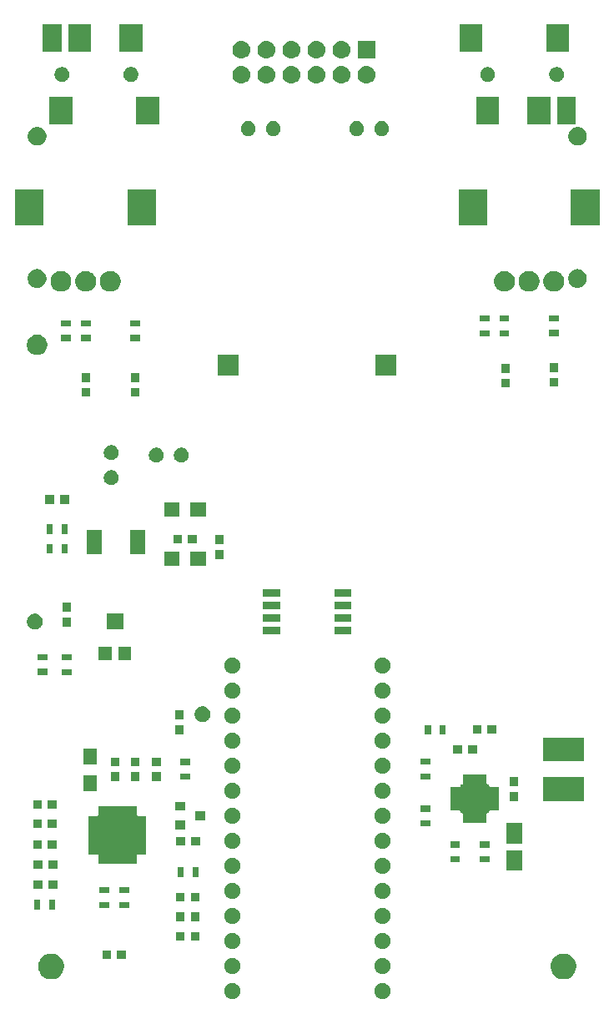
<source format=gts>
G04 #@! TF.GenerationSoftware,KiCad,Pcbnew,(5.1.2)-2*
G04 #@! TF.CreationDate,2019-11-23T11:04:55-05:00*
G04 #@! TF.ProjectId,tdm_mainboard,74646d5f-6d61-4696-9e62-6f6172642e6b,rev?*
G04 #@! TF.SameCoordinates,Original*
G04 #@! TF.FileFunction,Soldermask,Top*
G04 #@! TF.FilePolarity,Negative*
%FSLAX46Y46*%
G04 Gerber Fmt 4.6, Leading zero omitted, Abs format (unit mm)*
G04 Created by KiCad (PCBNEW (5.1.2)-2) date 2019-11-23 11:04:55*
%MOMM*%
%LPD*%
G04 APERTURE LIST*
%ADD10C,0.100000*%
G04 APERTURE END LIST*
D10*
G36*
X57857142Y-117728242D02*
G01*
X58005101Y-117789529D01*
X58138255Y-117878499D01*
X58251501Y-117991745D01*
X58340471Y-118124899D01*
X58401758Y-118272858D01*
X58433000Y-118429925D01*
X58433000Y-118590075D01*
X58401758Y-118747142D01*
X58340471Y-118895101D01*
X58251501Y-119028255D01*
X58138255Y-119141501D01*
X58005101Y-119230471D01*
X57857142Y-119291758D01*
X57700075Y-119323000D01*
X57539925Y-119323000D01*
X57382858Y-119291758D01*
X57234899Y-119230471D01*
X57101745Y-119141501D01*
X56988499Y-119028255D01*
X56899529Y-118895101D01*
X56838242Y-118747142D01*
X56807000Y-118590075D01*
X56807000Y-118429925D01*
X56838242Y-118272858D01*
X56899529Y-118124899D01*
X56988499Y-117991745D01*
X57101745Y-117878499D01*
X57234899Y-117789529D01*
X57382858Y-117728242D01*
X57539925Y-117697000D01*
X57700075Y-117697000D01*
X57857142Y-117728242D01*
X57857142Y-117728242D01*
G37*
G36*
X42617142Y-117728242D02*
G01*
X42765101Y-117789529D01*
X42898255Y-117878499D01*
X43011501Y-117991745D01*
X43100471Y-118124899D01*
X43161758Y-118272858D01*
X43193000Y-118429925D01*
X43193000Y-118590075D01*
X43161758Y-118747142D01*
X43100471Y-118895101D01*
X43011501Y-119028255D01*
X42898255Y-119141501D01*
X42765101Y-119230471D01*
X42617142Y-119291758D01*
X42460075Y-119323000D01*
X42299925Y-119323000D01*
X42142858Y-119291758D01*
X41994899Y-119230471D01*
X41861745Y-119141501D01*
X41748499Y-119028255D01*
X41659529Y-118895101D01*
X41598242Y-118747142D01*
X41567000Y-118590075D01*
X41567000Y-118429925D01*
X41598242Y-118272858D01*
X41659529Y-118124899D01*
X41748499Y-117991745D01*
X41861745Y-117878499D01*
X41994899Y-117789529D01*
X42142858Y-117728242D01*
X42299925Y-117697000D01*
X42460075Y-117697000D01*
X42617142Y-117728242D01*
X42617142Y-117728242D01*
G37*
G36*
X76379487Y-114748996D02*
G01*
X76616253Y-114847068D01*
X76616255Y-114847069D01*
X76829339Y-114989447D01*
X77010553Y-115170661D01*
X77122699Y-115338499D01*
X77152932Y-115383747D01*
X77251004Y-115620513D01*
X77301000Y-115871861D01*
X77301000Y-116128139D01*
X77251004Y-116379487D01*
X77159043Y-116601499D01*
X77152931Y-116616255D01*
X77010553Y-116829339D01*
X76829339Y-117010553D01*
X76616255Y-117152931D01*
X76616254Y-117152932D01*
X76616253Y-117152932D01*
X76379487Y-117251004D01*
X76128139Y-117301000D01*
X75871861Y-117301000D01*
X75620513Y-117251004D01*
X75383747Y-117152932D01*
X75383746Y-117152932D01*
X75383745Y-117152931D01*
X75170661Y-117010553D01*
X74989447Y-116829339D01*
X74847069Y-116616255D01*
X74840957Y-116601499D01*
X74748996Y-116379487D01*
X74699000Y-116128139D01*
X74699000Y-115871861D01*
X74748996Y-115620513D01*
X74847068Y-115383747D01*
X74877302Y-115338499D01*
X74989447Y-115170661D01*
X75170661Y-114989447D01*
X75383745Y-114847069D01*
X75383747Y-114847068D01*
X75620513Y-114748996D01*
X75871861Y-114699000D01*
X76128139Y-114699000D01*
X76379487Y-114748996D01*
X76379487Y-114748996D01*
G37*
G36*
X24379487Y-114748996D02*
G01*
X24616253Y-114847068D01*
X24616255Y-114847069D01*
X24829339Y-114989447D01*
X25010553Y-115170661D01*
X25122699Y-115338499D01*
X25152932Y-115383747D01*
X25251004Y-115620513D01*
X25301000Y-115871861D01*
X25301000Y-116128139D01*
X25251004Y-116379487D01*
X25159043Y-116601499D01*
X25152931Y-116616255D01*
X25010553Y-116829339D01*
X24829339Y-117010553D01*
X24616255Y-117152931D01*
X24616254Y-117152932D01*
X24616253Y-117152932D01*
X24379487Y-117251004D01*
X24128139Y-117301000D01*
X23871861Y-117301000D01*
X23620513Y-117251004D01*
X23383747Y-117152932D01*
X23383746Y-117152932D01*
X23383745Y-117152931D01*
X23170661Y-117010553D01*
X22989447Y-116829339D01*
X22847069Y-116616255D01*
X22840957Y-116601499D01*
X22748996Y-116379487D01*
X22699000Y-116128139D01*
X22699000Y-115871861D01*
X22748996Y-115620513D01*
X22847068Y-115383747D01*
X22877302Y-115338499D01*
X22989447Y-115170661D01*
X23170661Y-114989447D01*
X23383745Y-114847069D01*
X23383747Y-114847068D01*
X23620513Y-114748996D01*
X23871861Y-114699000D01*
X24128139Y-114699000D01*
X24379487Y-114748996D01*
X24379487Y-114748996D01*
G37*
G36*
X57857142Y-115188242D02*
G01*
X58005101Y-115249529D01*
X58138255Y-115338499D01*
X58251501Y-115451745D01*
X58340471Y-115584899D01*
X58401758Y-115732858D01*
X58433000Y-115889925D01*
X58433000Y-116050075D01*
X58401758Y-116207142D01*
X58340471Y-116355101D01*
X58251501Y-116488255D01*
X58138255Y-116601501D01*
X58005101Y-116690471D01*
X57857142Y-116751758D01*
X57700075Y-116783000D01*
X57539925Y-116783000D01*
X57382858Y-116751758D01*
X57234899Y-116690471D01*
X57101745Y-116601501D01*
X56988499Y-116488255D01*
X56899529Y-116355101D01*
X56838242Y-116207142D01*
X56807000Y-116050075D01*
X56807000Y-115889925D01*
X56838242Y-115732858D01*
X56899529Y-115584899D01*
X56988499Y-115451745D01*
X57101745Y-115338499D01*
X57234899Y-115249529D01*
X57382858Y-115188242D01*
X57539925Y-115157000D01*
X57700075Y-115157000D01*
X57857142Y-115188242D01*
X57857142Y-115188242D01*
G37*
G36*
X42617142Y-115188242D02*
G01*
X42765101Y-115249529D01*
X42898255Y-115338499D01*
X43011501Y-115451745D01*
X43100471Y-115584899D01*
X43161758Y-115732858D01*
X43193000Y-115889925D01*
X43193000Y-116050075D01*
X43161758Y-116207142D01*
X43100471Y-116355101D01*
X43011501Y-116488255D01*
X42898255Y-116601501D01*
X42765101Y-116690471D01*
X42617142Y-116751758D01*
X42460075Y-116783000D01*
X42299925Y-116783000D01*
X42142858Y-116751758D01*
X41994899Y-116690471D01*
X41861745Y-116601501D01*
X41748499Y-116488255D01*
X41659529Y-116355101D01*
X41598242Y-116207142D01*
X41567000Y-116050075D01*
X41567000Y-115889925D01*
X41598242Y-115732858D01*
X41659529Y-115584899D01*
X41748499Y-115451745D01*
X41861745Y-115338499D01*
X41994899Y-115249529D01*
X42142858Y-115188242D01*
X42299925Y-115157000D01*
X42460075Y-115157000D01*
X42617142Y-115188242D01*
X42617142Y-115188242D01*
G37*
G36*
X30101000Y-115281000D02*
G01*
X29199000Y-115281000D01*
X29199000Y-114429000D01*
X30101000Y-114429000D01*
X30101000Y-115281000D01*
X30101000Y-115281000D01*
G37*
G36*
X31601000Y-115281000D02*
G01*
X30699000Y-115281000D01*
X30699000Y-114429000D01*
X31601000Y-114429000D01*
X31601000Y-115281000D01*
X31601000Y-115281000D01*
G37*
G36*
X57857142Y-112648242D02*
G01*
X58005101Y-112709529D01*
X58138255Y-112798499D01*
X58251501Y-112911745D01*
X58340471Y-113044899D01*
X58401758Y-113192858D01*
X58433000Y-113349925D01*
X58433000Y-113510075D01*
X58401758Y-113667142D01*
X58340471Y-113815101D01*
X58251501Y-113948255D01*
X58138255Y-114061501D01*
X58005101Y-114150471D01*
X57857142Y-114211758D01*
X57700075Y-114243000D01*
X57539925Y-114243000D01*
X57382858Y-114211758D01*
X57234899Y-114150471D01*
X57101745Y-114061501D01*
X56988499Y-113948255D01*
X56899529Y-113815101D01*
X56838242Y-113667142D01*
X56807000Y-113510075D01*
X56807000Y-113349925D01*
X56838242Y-113192858D01*
X56899529Y-113044899D01*
X56988499Y-112911745D01*
X57101745Y-112798499D01*
X57234899Y-112709529D01*
X57382858Y-112648242D01*
X57539925Y-112617000D01*
X57700075Y-112617000D01*
X57857142Y-112648242D01*
X57857142Y-112648242D01*
G37*
G36*
X42617142Y-112648242D02*
G01*
X42765101Y-112709529D01*
X42898255Y-112798499D01*
X43011501Y-112911745D01*
X43100471Y-113044899D01*
X43161758Y-113192858D01*
X43193000Y-113349925D01*
X43193000Y-113510075D01*
X43161758Y-113667142D01*
X43100471Y-113815101D01*
X43011501Y-113948255D01*
X42898255Y-114061501D01*
X42765101Y-114150471D01*
X42617142Y-114211758D01*
X42460075Y-114243000D01*
X42299925Y-114243000D01*
X42142858Y-114211758D01*
X41994899Y-114150471D01*
X41861745Y-114061501D01*
X41748499Y-113948255D01*
X41659529Y-113815101D01*
X41598242Y-113667142D01*
X41567000Y-113510075D01*
X41567000Y-113349925D01*
X41598242Y-113192858D01*
X41659529Y-113044899D01*
X41748499Y-112911745D01*
X41861745Y-112798499D01*
X41994899Y-112709529D01*
X42142858Y-112648242D01*
X42299925Y-112617000D01*
X42460075Y-112617000D01*
X42617142Y-112648242D01*
X42617142Y-112648242D01*
G37*
G36*
X39065000Y-113394000D02*
G01*
X38163000Y-113394000D01*
X38163000Y-112542000D01*
X39065000Y-112542000D01*
X39065000Y-113394000D01*
X39065000Y-113394000D01*
G37*
G36*
X37565000Y-113394000D02*
G01*
X36663000Y-113394000D01*
X36663000Y-112542000D01*
X37565000Y-112542000D01*
X37565000Y-113394000D01*
X37565000Y-113394000D01*
G37*
G36*
X42617142Y-110108242D02*
G01*
X42765101Y-110169529D01*
X42898255Y-110258499D01*
X43011501Y-110371745D01*
X43100471Y-110504899D01*
X43161758Y-110652858D01*
X43193000Y-110809925D01*
X43193000Y-110970075D01*
X43161758Y-111127142D01*
X43100471Y-111275101D01*
X43011501Y-111408255D01*
X42898255Y-111521501D01*
X42765101Y-111610471D01*
X42617142Y-111671758D01*
X42460075Y-111703000D01*
X42299925Y-111703000D01*
X42142858Y-111671758D01*
X41994899Y-111610471D01*
X41861745Y-111521501D01*
X41748499Y-111408255D01*
X41659529Y-111275101D01*
X41598242Y-111127142D01*
X41567000Y-110970075D01*
X41567000Y-110809925D01*
X41598242Y-110652858D01*
X41659529Y-110504899D01*
X41748499Y-110371745D01*
X41861745Y-110258499D01*
X41994899Y-110169529D01*
X42142858Y-110108242D01*
X42299925Y-110077000D01*
X42460075Y-110077000D01*
X42617142Y-110108242D01*
X42617142Y-110108242D01*
G37*
G36*
X57857142Y-110108242D02*
G01*
X58005101Y-110169529D01*
X58138255Y-110258499D01*
X58251501Y-110371745D01*
X58340471Y-110504899D01*
X58401758Y-110652858D01*
X58433000Y-110809925D01*
X58433000Y-110970075D01*
X58401758Y-111127142D01*
X58340471Y-111275101D01*
X58251501Y-111408255D01*
X58138255Y-111521501D01*
X58005101Y-111610471D01*
X57857142Y-111671758D01*
X57700075Y-111703000D01*
X57539925Y-111703000D01*
X57382858Y-111671758D01*
X57234899Y-111610471D01*
X57101745Y-111521501D01*
X56988499Y-111408255D01*
X56899529Y-111275101D01*
X56838242Y-111127142D01*
X56807000Y-110970075D01*
X56807000Y-110809925D01*
X56838242Y-110652858D01*
X56899529Y-110504899D01*
X56988499Y-110371745D01*
X57101745Y-110258499D01*
X57234899Y-110169529D01*
X57382858Y-110108242D01*
X57539925Y-110077000D01*
X57700075Y-110077000D01*
X57857142Y-110108242D01*
X57857142Y-110108242D01*
G37*
G36*
X37565001Y-111394000D02*
G01*
X36663001Y-111394000D01*
X36663001Y-110542000D01*
X37565001Y-110542000D01*
X37565001Y-111394000D01*
X37565001Y-111394000D01*
G37*
G36*
X39065001Y-111394000D02*
G01*
X38163001Y-111394000D01*
X38163001Y-110542000D01*
X39065001Y-110542000D01*
X39065001Y-111394000D01*
X39065001Y-111394000D01*
G37*
G36*
X22919000Y-110276000D02*
G01*
X22317000Y-110276000D01*
X22317000Y-109274000D01*
X22919000Y-109274000D01*
X22919000Y-110276000D01*
X22919000Y-110276000D01*
G37*
G36*
X24419000Y-110276000D02*
G01*
X23817000Y-110276000D01*
X23817000Y-109274000D01*
X24419000Y-109274000D01*
X24419000Y-110276000D01*
X24419000Y-110276000D01*
G37*
G36*
X31917000Y-110064000D02*
G01*
X30915000Y-110064000D01*
X30915000Y-109462000D01*
X31917000Y-109462000D01*
X31917000Y-110064000D01*
X31917000Y-110064000D01*
G37*
G36*
X29885000Y-110064000D02*
G01*
X28883000Y-110064000D01*
X28883000Y-109462000D01*
X29885000Y-109462000D01*
X29885000Y-110064000D01*
X29885000Y-110064000D01*
G37*
G36*
X37565000Y-109394000D02*
G01*
X36663000Y-109394000D01*
X36663000Y-108542000D01*
X37565000Y-108542000D01*
X37565000Y-109394000D01*
X37565000Y-109394000D01*
G37*
G36*
X39065000Y-109394000D02*
G01*
X38163000Y-109394000D01*
X38163000Y-108542000D01*
X39065000Y-108542000D01*
X39065000Y-109394000D01*
X39065000Y-109394000D01*
G37*
G36*
X57857142Y-107568242D02*
G01*
X58005101Y-107629529D01*
X58138255Y-107718499D01*
X58251501Y-107831745D01*
X58340471Y-107964899D01*
X58401758Y-108112858D01*
X58433000Y-108269925D01*
X58433000Y-108430075D01*
X58401758Y-108587142D01*
X58340471Y-108735101D01*
X58251501Y-108868255D01*
X58138255Y-108981501D01*
X58005101Y-109070471D01*
X57857142Y-109131758D01*
X57700075Y-109163000D01*
X57539925Y-109163000D01*
X57382858Y-109131758D01*
X57234899Y-109070471D01*
X57101745Y-108981501D01*
X56988499Y-108868255D01*
X56899529Y-108735101D01*
X56838242Y-108587142D01*
X56807000Y-108430075D01*
X56807000Y-108269925D01*
X56838242Y-108112858D01*
X56899529Y-107964899D01*
X56988499Y-107831745D01*
X57101745Y-107718499D01*
X57234899Y-107629529D01*
X57382858Y-107568242D01*
X57539925Y-107537000D01*
X57700075Y-107537000D01*
X57857142Y-107568242D01*
X57857142Y-107568242D01*
G37*
G36*
X42617142Y-107568242D02*
G01*
X42765101Y-107629529D01*
X42898255Y-107718499D01*
X43011501Y-107831745D01*
X43100471Y-107964899D01*
X43161758Y-108112858D01*
X43193000Y-108269925D01*
X43193000Y-108430075D01*
X43161758Y-108587142D01*
X43100471Y-108735101D01*
X43011501Y-108868255D01*
X42898255Y-108981501D01*
X42765101Y-109070471D01*
X42617142Y-109131758D01*
X42460075Y-109163000D01*
X42299925Y-109163000D01*
X42142858Y-109131758D01*
X41994899Y-109070471D01*
X41861745Y-108981501D01*
X41748499Y-108868255D01*
X41659529Y-108735101D01*
X41598242Y-108587142D01*
X41567000Y-108430075D01*
X41567000Y-108269925D01*
X41598242Y-108112858D01*
X41659529Y-107964899D01*
X41748499Y-107831745D01*
X41861745Y-107718499D01*
X41994899Y-107629529D01*
X42142858Y-107568242D01*
X42299925Y-107537000D01*
X42460075Y-107537000D01*
X42617142Y-107568242D01*
X42617142Y-107568242D01*
G37*
G36*
X29885000Y-108564000D02*
G01*
X28883000Y-108564000D01*
X28883000Y-107962000D01*
X29885000Y-107962000D01*
X29885000Y-108564000D01*
X29885000Y-108564000D01*
G37*
G36*
X31917000Y-108564000D02*
G01*
X30915000Y-108564000D01*
X30915000Y-107962000D01*
X31917000Y-107962000D01*
X31917000Y-108564000D01*
X31917000Y-108564000D01*
G37*
G36*
X24616000Y-108108000D02*
G01*
X23714000Y-108108000D01*
X23714000Y-107256000D01*
X24616000Y-107256000D01*
X24616000Y-108108000D01*
X24616000Y-108108000D01*
G37*
G36*
X23116000Y-108108000D02*
G01*
X22214000Y-108108000D01*
X22214000Y-107256000D01*
X23116000Y-107256000D01*
X23116000Y-108108000D01*
X23116000Y-108108000D01*
G37*
G36*
X37444000Y-106974000D02*
G01*
X36842000Y-106974000D01*
X36842000Y-105972000D01*
X37444000Y-105972000D01*
X37444000Y-106974000D01*
X37444000Y-106974000D01*
G37*
G36*
X38944000Y-106974000D02*
G01*
X38342000Y-106974000D01*
X38342000Y-105972000D01*
X38944000Y-105972000D01*
X38944000Y-106974000D01*
X38944000Y-106974000D01*
G37*
G36*
X57857142Y-105028242D02*
G01*
X58005101Y-105089529D01*
X58138255Y-105178499D01*
X58251501Y-105291745D01*
X58340471Y-105424899D01*
X58401758Y-105572858D01*
X58433000Y-105729925D01*
X58433000Y-105890075D01*
X58401758Y-106047142D01*
X58340471Y-106195101D01*
X58251501Y-106328255D01*
X58138255Y-106441501D01*
X58005101Y-106530471D01*
X57857142Y-106591758D01*
X57700075Y-106623000D01*
X57539925Y-106623000D01*
X57382858Y-106591758D01*
X57234899Y-106530471D01*
X57101745Y-106441501D01*
X56988499Y-106328255D01*
X56899529Y-106195101D01*
X56838242Y-106047142D01*
X56807000Y-105890075D01*
X56807000Y-105729925D01*
X56838242Y-105572858D01*
X56899529Y-105424899D01*
X56988499Y-105291745D01*
X57101745Y-105178499D01*
X57234899Y-105089529D01*
X57382858Y-105028242D01*
X57539925Y-104997000D01*
X57700075Y-104997000D01*
X57857142Y-105028242D01*
X57857142Y-105028242D01*
G37*
G36*
X42617142Y-105028242D02*
G01*
X42765101Y-105089529D01*
X42898255Y-105178499D01*
X43011501Y-105291745D01*
X43100471Y-105424899D01*
X43161758Y-105572858D01*
X43193000Y-105729925D01*
X43193000Y-105890075D01*
X43161758Y-106047142D01*
X43100471Y-106195101D01*
X43011501Y-106328255D01*
X42898255Y-106441501D01*
X42765101Y-106530471D01*
X42617142Y-106591758D01*
X42460075Y-106623000D01*
X42299925Y-106623000D01*
X42142858Y-106591758D01*
X41994899Y-106530471D01*
X41861745Y-106441501D01*
X41748499Y-106328255D01*
X41659529Y-106195101D01*
X41598242Y-106047142D01*
X41567000Y-105890075D01*
X41567000Y-105729925D01*
X41598242Y-105572858D01*
X41659529Y-105424899D01*
X41748499Y-105291745D01*
X41861745Y-105178499D01*
X41994899Y-105089529D01*
X42142858Y-105028242D01*
X42299925Y-104997000D01*
X42460075Y-104997000D01*
X42617142Y-105028242D01*
X42617142Y-105028242D01*
G37*
G36*
X71794000Y-106287000D02*
G01*
X70192000Y-106287000D01*
X70192000Y-104235000D01*
X71794000Y-104235000D01*
X71794000Y-106287000D01*
X71794000Y-106287000D01*
G37*
G36*
X24616000Y-106108000D02*
G01*
X23714000Y-106108000D01*
X23714000Y-105256000D01*
X24616000Y-105256000D01*
X24616000Y-106108000D01*
X24616000Y-106108000D01*
G37*
G36*
X23116000Y-106108000D02*
G01*
X22214000Y-106108000D01*
X22214000Y-105256000D01*
X23116000Y-105256000D01*
X23116000Y-106108000D01*
X23116000Y-106108000D01*
G37*
G36*
X32688000Y-100606001D02*
G01*
X32690402Y-100630387D01*
X32697515Y-100653836D01*
X32709066Y-100675447D01*
X32724611Y-100694389D01*
X32743553Y-100709934D01*
X32765164Y-100721485D01*
X32788613Y-100728598D01*
X32812999Y-100731000D01*
X33663000Y-100731000D01*
X33663000Y-104633000D01*
X32812999Y-104633000D01*
X32788613Y-104635402D01*
X32765164Y-104642515D01*
X32743553Y-104654066D01*
X32724611Y-104669611D01*
X32709066Y-104688553D01*
X32697515Y-104710164D01*
X32690402Y-104733613D01*
X32688000Y-104757999D01*
X32688000Y-105608000D01*
X28786000Y-105608000D01*
X28786000Y-104757999D01*
X28783598Y-104733613D01*
X28776485Y-104710164D01*
X28764934Y-104688553D01*
X28749389Y-104669611D01*
X28730447Y-104654066D01*
X28708836Y-104642515D01*
X28685387Y-104635402D01*
X28661001Y-104633000D01*
X27811000Y-104633000D01*
X27811000Y-100731000D01*
X28661001Y-100731000D01*
X28685387Y-100728598D01*
X28708836Y-100721485D01*
X28730447Y-100709934D01*
X28749389Y-100694389D01*
X28764934Y-100675447D01*
X28776485Y-100653836D01*
X28783598Y-100630387D01*
X28786000Y-100606001D01*
X28786000Y-99756000D01*
X32688000Y-99756000D01*
X32688000Y-100606001D01*
X32688000Y-100606001D01*
G37*
G36*
X65501000Y-105445000D02*
G01*
X64499000Y-105445000D01*
X64499000Y-104843000D01*
X65501000Y-104843000D01*
X65501000Y-105445000D01*
X65501000Y-105445000D01*
G37*
G36*
X68501000Y-105445000D02*
G01*
X67499000Y-105445000D01*
X67499000Y-104843000D01*
X68501000Y-104843000D01*
X68501000Y-105445000D01*
X68501000Y-105445000D01*
G37*
G36*
X57857142Y-102488242D02*
G01*
X58005101Y-102549529D01*
X58138255Y-102638499D01*
X58251501Y-102751745D01*
X58340471Y-102884899D01*
X58401758Y-103032858D01*
X58433000Y-103189925D01*
X58433000Y-103350075D01*
X58401758Y-103507142D01*
X58340471Y-103655101D01*
X58251501Y-103788255D01*
X58138255Y-103901501D01*
X58005101Y-103990471D01*
X57857142Y-104051758D01*
X57700075Y-104083000D01*
X57539925Y-104083000D01*
X57382858Y-104051758D01*
X57234899Y-103990471D01*
X57101745Y-103901501D01*
X56988499Y-103788255D01*
X56899529Y-103655101D01*
X56838242Y-103507142D01*
X56807000Y-103350075D01*
X56807000Y-103189925D01*
X56838242Y-103032858D01*
X56899529Y-102884899D01*
X56988499Y-102751745D01*
X57101745Y-102638499D01*
X57234899Y-102549529D01*
X57382858Y-102488242D01*
X57539925Y-102457000D01*
X57700075Y-102457000D01*
X57857142Y-102488242D01*
X57857142Y-102488242D01*
G37*
G36*
X42617142Y-102488242D02*
G01*
X42765101Y-102549529D01*
X42898255Y-102638499D01*
X43011501Y-102751745D01*
X43100471Y-102884899D01*
X43161758Y-103032858D01*
X43193000Y-103189925D01*
X43193000Y-103350075D01*
X43161758Y-103507142D01*
X43100471Y-103655101D01*
X43011501Y-103788255D01*
X42898255Y-103901501D01*
X42765101Y-103990471D01*
X42617142Y-104051758D01*
X42460075Y-104083000D01*
X42299925Y-104083000D01*
X42142858Y-104051758D01*
X41994899Y-103990471D01*
X41861745Y-103901501D01*
X41748499Y-103788255D01*
X41659529Y-103655101D01*
X41598242Y-103507142D01*
X41567000Y-103350075D01*
X41567000Y-103189925D01*
X41598242Y-103032858D01*
X41659529Y-102884899D01*
X41748499Y-102751745D01*
X41861745Y-102638499D01*
X41994899Y-102549529D01*
X42142858Y-102488242D01*
X42299925Y-102457000D01*
X42460075Y-102457000D01*
X42617142Y-102488242D01*
X42617142Y-102488242D01*
G37*
G36*
X24569000Y-104058000D02*
G01*
X23667000Y-104058000D01*
X23667000Y-103206000D01*
X24569000Y-103206000D01*
X24569000Y-104058000D01*
X24569000Y-104058000D01*
G37*
G36*
X23069000Y-104058000D02*
G01*
X22167000Y-104058000D01*
X22167000Y-103206000D01*
X23069000Y-103206000D01*
X23069000Y-104058000D01*
X23069000Y-104058000D01*
G37*
G36*
X65501000Y-103945000D02*
G01*
X64499000Y-103945000D01*
X64499000Y-103343000D01*
X65501000Y-103343000D01*
X65501000Y-103945000D01*
X65501000Y-103945000D01*
G37*
G36*
X68501000Y-103945000D02*
G01*
X67499000Y-103945000D01*
X67499000Y-103343000D01*
X68501000Y-103343000D01*
X68501000Y-103945000D01*
X68501000Y-103945000D01*
G37*
G36*
X37594000Y-103724000D02*
G01*
X36692000Y-103724000D01*
X36692000Y-102872000D01*
X37594000Y-102872000D01*
X37594000Y-103724000D01*
X37594000Y-103724000D01*
G37*
G36*
X39094000Y-103724000D02*
G01*
X38192000Y-103724000D01*
X38192000Y-102872000D01*
X39094000Y-102872000D01*
X39094000Y-103724000D01*
X39094000Y-103724000D01*
G37*
G36*
X71794000Y-103537000D02*
G01*
X70192000Y-103537000D01*
X70192000Y-101485000D01*
X71794000Y-101485000D01*
X71794000Y-103537000D01*
X71794000Y-103537000D01*
G37*
G36*
X37601000Y-102112000D02*
G01*
X36599000Y-102112000D01*
X36599000Y-101210000D01*
X37601000Y-101210000D01*
X37601000Y-102112000D01*
X37601000Y-102112000D01*
G37*
G36*
X24569000Y-101981000D02*
G01*
X23667000Y-101981000D01*
X23667000Y-101129000D01*
X24569000Y-101129000D01*
X24569000Y-101981000D01*
X24569000Y-101981000D01*
G37*
G36*
X23069000Y-101981000D02*
G01*
X22167000Y-101981000D01*
X22167000Y-101129000D01*
X23069000Y-101129000D01*
X23069000Y-101981000D01*
X23069000Y-101981000D01*
G37*
G36*
X62501000Y-101801000D02*
G01*
X61499000Y-101801000D01*
X61499000Y-101199000D01*
X62501000Y-101199000D01*
X62501000Y-101801000D01*
X62501000Y-101801000D01*
G37*
G36*
X57857142Y-99948242D02*
G01*
X58005101Y-100009529D01*
X58138255Y-100098499D01*
X58251501Y-100211745D01*
X58340471Y-100344899D01*
X58401758Y-100492858D01*
X58433000Y-100649925D01*
X58433000Y-100810075D01*
X58401758Y-100967142D01*
X58340471Y-101115101D01*
X58251501Y-101248255D01*
X58138255Y-101361501D01*
X58005101Y-101450471D01*
X57857142Y-101511758D01*
X57700075Y-101543000D01*
X57539925Y-101543000D01*
X57382858Y-101511758D01*
X57234899Y-101450471D01*
X57101745Y-101361501D01*
X56988499Y-101248255D01*
X56899529Y-101115101D01*
X56838242Y-100967142D01*
X56807000Y-100810075D01*
X56807000Y-100649925D01*
X56838242Y-100492858D01*
X56899529Y-100344899D01*
X56988499Y-100211745D01*
X57101745Y-100098499D01*
X57234899Y-100009529D01*
X57382858Y-99948242D01*
X57539925Y-99917000D01*
X57700075Y-99917000D01*
X57857142Y-99948242D01*
X57857142Y-99948242D01*
G37*
G36*
X42617142Y-99948242D02*
G01*
X42765101Y-100009529D01*
X42898255Y-100098499D01*
X43011501Y-100211745D01*
X43100471Y-100344899D01*
X43161758Y-100492858D01*
X43193000Y-100649925D01*
X43193000Y-100810075D01*
X43161758Y-100967142D01*
X43100471Y-101115101D01*
X43011501Y-101248255D01*
X42898255Y-101361501D01*
X42765101Y-101450471D01*
X42617142Y-101511758D01*
X42460075Y-101543000D01*
X42299925Y-101543000D01*
X42142858Y-101511758D01*
X41994899Y-101450471D01*
X41861745Y-101361501D01*
X41748499Y-101248255D01*
X41659529Y-101115101D01*
X41598242Y-100967142D01*
X41567000Y-100810075D01*
X41567000Y-100649925D01*
X41598242Y-100492858D01*
X41659529Y-100344899D01*
X41748499Y-100211745D01*
X41861745Y-100098499D01*
X41994899Y-100009529D01*
X42142858Y-99948242D01*
X42299925Y-99917000D01*
X42460075Y-99917000D01*
X42617142Y-99948242D01*
X42617142Y-99948242D01*
G37*
G36*
X68201000Y-97424001D02*
G01*
X68203402Y-97448387D01*
X68210515Y-97471836D01*
X68222066Y-97493447D01*
X68237611Y-97512389D01*
X68256553Y-97527934D01*
X68278164Y-97539485D01*
X68301613Y-97546598D01*
X68325999Y-97549000D01*
X68451000Y-97549000D01*
X68451000Y-97674001D01*
X68453402Y-97698387D01*
X68460515Y-97721836D01*
X68472066Y-97743447D01*
X68487611Y-97762389D01*
X68506553Y-97777934D01*
X68528164Y-97789485D01*
X68551613Y-97796598D01*
X68575999Y-97799000D01*
X69451000Y-97799000D01*
X69451000Y-100201000D01*
X68575999Y-100201000D01*
X68551613Y-100203402D01*
X68528164Y-100210515D01*
X68506553Y-100222066D01*
X68487611Y-100237611D01*
X68472066Y-100256553D01*
X68460515Y-100278164D01*
X68453402Y-100301613D01*
X68451000Y-100325999D01*
X68451000Y-100451000D01*
X68325999Y-100451000D01*
X68301613Y-100453402D01*
X68278164Y-100460515D01*
X68256553Y-100472066D01*
X68237611Y-100487611D01*
X68222066Y-100506553D01*
X68210515Y-100528164D01*
X68203402Y-100551613D01*
X68201000Y-100575999D01*
X68201000Y-101451000D01*
X65799000Y-101451000D01*
X65799000Y-100575999D01*
X65796598Y-100551613D01*
X65789485Y-100528164D01*
X65777934Y-100506553D01*
X65762389Y-100487611D01*
X65743447Y-100472066D01*
X65721836Y-100460515D01*
X65698387Y-100453402D01*
X65674001Y-100451000D01*
X65549000Y-100451000D01*
X65549000Y-100325999D01*
X65546598Y-100301613D01*
X65539485Y-100278164D01*
X65527934Y-100256553D01*
X65512389Y-100237611D01*
X65493447Y-100222066D01*
X65471836Y-100210515D01*
X65448387Y-100203402D01*
X65424001Y-100201000D01*
X64549000Y-100201000D01*
X64549000Y-97799000D01*
X65424001Y-97799000D01*
X65448387Y-97796598D01*
X65471836Y-97789485D01*
X65493447Y-97777934D01*
X65512389Y-97762389D01*
X65527934Y-97743447D01*
X65539485Y-97721836D01*
X65546598Y-97698387D01*
X65549000Y-97674001D01*
X65549000Y-97549000D01*
X65674001Y-97549000D01*
X65698387Y-97546598D01*
X65721836Y-97539485D01*
X65743447Y-97527934D01*
X65762389Y-97512389D01*
X65777934Y-97493447D01*
X65789485Y-97471836D01*
X65796598Y-97448387D01*
X65799000Y-97424001D01*
X65799000Y-96549000D01*
X68201000Y-96549000D01*
X68201000Y-97424001D01*
X68201000Y-97424001D01*
G37*
G36*
X39601000Y-101162000D02*
G01*
X38599000Y-101162000D01*
X38599000Y-100260000D01*
X39601000Y-100260000D01*
X39601000Y-101162000D01*
X39601000Y-101162000D01*
G37*
G36*
X62501000Y-100301000D02*
G01*
X61499000Y-100301000D01*
X61499000Y-99699000D01*
X62501000Y-99699000D01*
X62501000Y-100301000D01*
X62501000Y-100301000D01*
G37*
G36*
X37601000Y-100212000D02*
G01*
X36599000Y-100212000D01*
X36599000Y-99310000D01*
X37601000Y-99310000D01*
X37601000Y-100212000D01*
X37601000Y-100212000D01*
G37*
G36*
X23069000Y-99981000D02*
G01*
X22167000Y-99981000D01*
X22167000Y-99129000D01*
X23069000Y-99129000D01*
X23069000Y-99981000D01*
X23069000Y-99981000D01*
G37*
G36*
X24569000Y-99981000D02*
G01*
X23667000Y-99981000D01*
X23667000Y-99129000D01*
X24569000Y-99129000D01*
X24569000Y-99981000D01*
X24569000Y-99981000D01*
G37*
G36*
X78051000Y-99201000D02*
G01*
X73949000Y-99201000D01*
X73949000Y-96799000D01*
X78051000Y-96799000D01*
X78051000Y-99201000D01*
X78051000Y-99201000D01*
G37*
G36*
X71426000Y-99201000D02*
G01*
X70574000Y-99201000D01*
X70574000Y-98299000D01*
X71426000Y-98299000D01*
X71426000Y-99201000D01*
X71426000Y-99201000D01*
G37*
G36*
X57857142Y-97408242D02*
G01*
X58005101Y-97469529D01*
X58138255Y-97558499D01*
X58251501Y-97671745D01*
X58340471Y-97804899D01*
X58401758Y-97952858D01*
X58433000Y-98109925D01*
X58433000Y-98270075D01*
X58401758Y-98427142D01*
X58340471Y-98575101D01*
X58251501Y-98708255D01*
X58138255Y-98821501D01*
X58005101Y-98910471D01*
X57857142Y-98971758D01*
X57700075Y-99003000D01*
X57539925Y-99003000D01*
X57382858Y-98971758D01*
X57234899Y-98910471D01*
X57101745Y-98821501D01*
X56988499Y-98708255D01*
X56899529Y-98575101D01*
X56838242Y-98427142D01*
X56807000Y-98270075D01*
X56807000Y-98109925D01*
X56838242Y-97952858D01*
X56899529Y-97804899D01*
X56988499Y-97671745D01*
X57101745Y-97558499D01*
X57234899Y-97469529D01*
X57382858Y-97408242D01*
X57539925Y-97377000D01*
X57700075Y-97377000D01*
X57857142Y-97408242D01*
X57857142Y-97408242D01*
G37*
G36*
X42617142Y-97408242D02*
G01*
X42765101Y-97469529D01*
X42898255Y-97558499D01*
X43011501Y-97671745D01*
X43100471Y-97804899D01*
X43161758Y-97952858D01*
X43193000Y-98109925D01*
X43193000Y-98270075D01*
X43161758Y-98427142D01*
X43100471Y-98575101D01*
X43011501Y-98708255D01*
X42898255Y-98821501D01*
X42765101Y-98910471D01*
X42617142Y-98971758D01*
X42460075Y-99003000D01*
X42299925Y-99003000D01*
X42142858Y-98971758D01*
X41994899Y-98910471D01*
X41861745Y-98821501D01*
X41748499Y-98708255D01*
X41659529Y-98575101D01*
X41598242Y-98427142D01*
X41567000Y-98270075D01*
X41567000Y-98109925D01*
X41598242Y-97952858D01*
X41659529Y-97804899D01*
X41748499Y-97671745D01*
X41861745Y-97558499D01*
X41994899Y-97469529D01*
X42142858Y-97408242D01*
X42299925Y-97377000D01*
X42460075Y-97377000D01*
X42617142Y-97408242D01*
X42617142Y-97408242D01*
G37*
G36*
X28656000Y-98193999D02*
G01*
X27254000Y-98193999D01*
X27254000Y-96591999D01*
X28656000Y-96591999D01*
X28656000Y-98193999D01*
X28656000Y-98193999D01*
G37*
G36*
X71426000Y-97701000D02*
G01*
X70574000Y-97701000D01*
X70574000Y-96799000D01*
X71426000Y-96799000D01*
X71426000Y-97701000D01*
X71426000Y-97701000D01*
G37*
G36*
X35112000Y-97212000D02*
G01*
X34260000Y-97212000D01*
X34260000Y-96310000D01*
X35112000Y-96310000D01*
X35112000Y-97212000D01*
X35112000Y-97212000D01*
G37*
G36*
X30921000Y-97212000D02*
G01*
X30069000Y-97212000D01*
X30069000Y-96310000D01*
X30921000Y-96310000D01*
X30921000Y-97212000D01*
X30921000Y-97212000D01*
G37*
G36*
X32953000Y-97212000D02*
G01*
X32101000Y-97212000D01*
X32101000Y-96310000D01*
X32953000Y-96310000D01*
X32953000Y-97212000D01*
X32953000Y-97212000D01*
G37*
G36*
X38108000Y-97062000D02*
G01*
X37106000Y-97062000D01*
X37106000Y-96460000D01*
X38108000Y-96460000D01*
X38108000Y-97062000D01*
X38108000Y-97062000D01*
G37*
G36*
X62501000Y-97051000D02*
G01*
X61499000Y-97051000D01*
X61499000Y-96449000D01*
X62501000Y-96449000D01*
X62501000Y-97051000D01*
X62501000Y-97051000D01*
G37*
G36*
X42617142Y-94868242D02*
G01*
X42765101Y-94929529D01*
X42898255Y-95018499D01*
X43011501Y-95131745D01*
X43100471Y-95264899D01*
X43161758Y-95412858D01*
X43193000Y-95569925D01*
X43193000Y-95730075D01*
X43161758Y-95887142D01*
X43100471Y-96035101D01*
X43011501Y-96168255D01*
X42898255Y-96281501D01*
X42765101Y-96370471D01*
X42617142Y-96431758D01*
X42460075Y-96463000D01*
X42299925Y-96463000D01*
X42142858Y-96431758D01*
X41994899Y-96370471D01*
X41861745Y-96281501D01*
X41748499Y-96168255D01*
X41659529Y-96035101D01*
X41598242Y-95887142D01*
X41567000Y-95730075D01*
X41567000Y-95569925D01*
X41598242Y-95412858D01*
X41659529Y-95264899D01*
X41748499Y-95131745D01*
X41861745Y-95018499D01*
X41994899Y-94929529D01*
X42142858Y-94868242D01*
X42299925Y-94837000D01*
X42460075Y-94837000D01*
X42617142Y-94868242D01*
X42617142Y-94868242D01*
G37*
G36*
X57857142Y-94868242D02*
G01*
X58005101Y-94929529D01*
X58138255Y-95018499D01*
X58251501Y-95131745D01*
X58340471Y-95264899D01*
X58401758Y-95412858D01*
X58433000Y-95569925D01*
X58433000Y-95730075D01*
X58401758Y-95887142D01*
X58340471Y-96035101D01*
X58251501Y-96168255D01*
X58138255Y-96281501D01*
X58005101Y-96370471D01*
X57857142Y-96431758D01*
X57700075Y-96463000D01*
X57539925Y-96463000D01*
X57382858Y-96431758D01*
X57234899Y-96370471D01*
X57101745Y-96281501D01*
X56988499Y-96168255D01*
X56899529Y-96035101D01*
X56838242Y-95887142D01*
X56807000Y-95730075D01*
X56807000Y-95569925D01*
X56838242Y-95412858D01*
X56899529Y-95264899D01*
X56988499Y-95131745D01*
X57101745Y-95018499D01*
X57234899Y-94929529D01*
X57382858Y-94868242D01*
X57539925Y-94837000D01*
X57700075Y-94837000D01*
X57857142Y-94868242D01*
X57857142Y-94868242D01*
G37*
G36*
X35112000Y-95712000D02*
G01*
X34260000Y-95712000D01*
X34260000Y-94810000D01*
X35112000Y-94810000D01*
X35112000Y-95712000D01*
X35112000Y-95712000D01*
G37*
G36*
X30921000Y-95712000D02*
G01*
X30069000Y-95712000D01*
X30069000Y-94810000D01*
X30921000Y-94810000D01*
X30921000Y-95712000D01*
X30921000Y-95712000D01*
G37*
G36*
X32953000Y-95712000D02*
G01*
X32101000Y-95712000D01*
X32101000Y-94810000D01*
X32953000Y-94810000D01*
X32953000Y-95712000D01*
X32953000Y-95712000D01*
G37*
G36*
X38108000Y-95562000D02*
G01*
X37106000Y-95562000D01*
X37106000Y-94960000D01*
X38108000Y-94960000D01*
X38108000Y-95562000D01*
X38108000Y-95562000D01*
G37*
G36*
X62501000Y-95551000D02*
G01*
X61499000Y-95551000D01*
X61499000Y-94949000D01*
X62501000Y-94949000D01*
X62501000Y-95551000D01*
X62501000Y-95551000D01*
G37*
G36*
X28656000Y-95493999D02*
G01*
X27254000Y-95493999D01*
X27254000Y-93891999D01*
X28656000Y-93891999D01*
X28656000Y-95493999D01*
X28656000Y-95493999D01*
G37*
G36*
X78051000Y-95201000D02*
G01*
X73949000Y-95201000D01*
X73949000Y-92799000D01*
X78051000Y-92799000D01*
X78051000Y-95201000D01*
X78051000Y-95201000D01*
G37*
G36*
X67201000Y-94426000D02*
G01*
X66299000Y-94426000D01*
X66299000Y-93574000D01*
X67201000Y-93574000D01*
X67201000Y-94426000D01*
X67201000Y-94426000D01*
G37*
G36*
X65701000Y-94426000D02*
G01*
X64799000Y-94426000D01*
X64799000Y-93574000D01*
X65701000Y-93574000D01*
X65701000Y-94426000D01*
X65701000Y-94426000D01*
G37*
G36*
X42617142Y-92328242D02*
G01*
X42765101Y-92389529D01*
X42898255Y-92478499D01*
X43011501Y-92591745D01*
X43100471Y-92724899D01*
X43161758Y-92872858D01*
X43193000Y-93029925D01*
X43193000Y-93190075D01*
X43161758Y-93347142D01*
X43100471Y-93495101D01*
X43011501Y-93628255D01*
X42898255Y-93741501D01*
X42765101Y-93830471D01*
X42617142Y-93891758D01*
X42460075Y-93923000D01*
X42299925Y-93923000D01*
X42142858Y-93891758D01*
X41994899Y-93830471D01*
X41861745Y-93741501D01*
X41748499Y-93628255D01*
X41659529Y-93495101D01*
X41598242Y-93347142D01*
X41567000Y-93190075D01*
X41567000Y-93029925D01*
X41598242Y-92872858D01*
X41659529Y-92724899D01*
X41748499Y-92591745D01*
X41861745Y-92478499D01*
X41994899Y-92389529D01*
X42142858Y-92328242D01*
X42299925Y-92297000D01*
X42460075Y-92297000D01*
X42617142Y-92328242D01*
X42617142Y-92328242D01*
G37*
G36*
X57857142Y-92328242D02*
G01*
X58005101Y-92389529D01*
X58138255Y-92478499D01*
X58251501Y-92591745D01*
X58340471Y-92724899D01*
X58401758Y-92872858D01*
X58433000Y-93029925D01*
X58433000Y-93190075D01*
X58401758Y-93347142D01*
X58340471Y-93495101D01*
X58251501Y-93628255D01*
X58138255Y-93741501D01*
X58005101Y-93830471D01*
X57857142Y-93891758D01*
X57700075Y-93923000D01*
X57539925Y-93923000D01*
X57382858Y-93891758D01*
X57234899Y-93830471D01*
X57101745Y-93741501D01*
X56988499Y-93628255D01*
X56899529Y-93495101D01*
X56838242Y-93347142D01*
X56807000Y-93190075D01*
X56807000Y-93029925D01*
X56838242Y-92872858D01*
X56899529Y-92724899D01*
X56988499Y-92591745D01*
X57101745Y-92478499D01*
X57234899Y-92389529D01*
X57382858Y-92328242D01*
X57539925Y-92297000D01*
X57700075Y-92297000D01*
X57857142Y-92328242D01*
X57857142Y-92328242D01*
G37*
G36*
X62551000Y-92501000D02*
G01*
X61949000Y-92501000D01*
X61949000Y-91499000D01*
X62551000Y-91499000D01*
X62551000Y-92501000D01*
X62551000Y-92501000D01*
G37*
G36*
X64051000Y-92501000D02*
G01*
X63449000Y-92501000D01*
X63449000Y-91499000D01*
X64051000Y-91499000D01*
X64051000Y-92501000D01*
X64051000Y-92501000D01*
G37*
G36*
X37426000Y-92451000D02*
G01*
X36574000Y-92451000D01*
X36574000Y-91549000D01*
X37426000Y-91549000D01*
X37426000Y-92451000D01*
X37426000Y-92451000D01*
G37*
G36*
X69201000Y-92426000D02*
G01*
X68299000Y-92426000D01*
X68299000Y-91574000D01*
X69201000Y-91574000D01*
X69201000Y-92426000D01*
X69201000Y-92426000D01*
G37*
G36*
X67701000Y-92426000D02*
G01*
X66799000Y-92426000D01*
X66799000Y-91574000D01*
X67701000Y-91574000D01*
X67701000Y-92426000D01*
X67701000Y-92426000D01*
G37*
G36*
X42617142Y-89788242D02*
G01*
X42765101Y-89849529D01*
X42898255Y-89938499D01*
X43011501Y-90051745D01*
X43100471Y-90184899D01*
X43161758Y-90332858D01*
X43193000Y-90489925D01*
X43193000Y-90650075D01*
X43161758Y-90807142D01*
X43100471Y-90955101D01*
X43011501Y-91088255D01*
X42898255Y-91201501D01*
X42765101Y-91290471D01*
X42617142Y-91351758D01*
X42460075Y-91383000D01*
X42299925Y-91383000D01*
X42142858Y-91351758D01*
X41994899Y-91290471D01*
X41861745Y-91201501D01*
X41748499Y-91088255D01*
X41659529Y-90955101D01*
X41598242Y-90807142D01*
X41567000Y-90650075D01*
X41567000Y-90489925D01*
X41598242Y-90332858D01*
X41659529Y-90184899D01*
X41748499Y-90051745D01*
X41861745Y-89938499D01*
X41994899Y-89849529D01*
X42142858Y-89788242D01*
X42299925Y-89757000D01*
X42460075Y-89757000D01*
X42617142Y-89788242D01*
X42617142Y-89788242D01*
G37*
G36*
X57857142Y-89788242D02*
G01*
X58005101Y-89849529D01*
X58138255Y-89938499D01*
X58251501Y-90051745D01*
X58340471Y-90184899D01*
X58401758Y-90332858D01*
X58433000Y-90489925D01*
X58433000Y-90650075D01*
X58401758Y-90807142D01*
X58340471Y-90955101D01*
X58251501Y-91088255D01*
X58138255Y-91201501D01*
X58005101Y-91290471D01*
X57857142Y-91351758D01*
X57700075Y-91383000D01*
X57539925Y-91383000D01*
X57382858Y-91351758D01*
X57234899Y-91290471D01*
X57101745Y-91201501D01*
X56988499Y-91088255D01*
X56899529Y-90955101D01*
X56838242Y-90807142D01*
X56807000Y-90650075D01*
X56807000Y-90489925D01*
X56838242Y-90332858D01*
X56899529Y-90184899D01*
X56988499Y-90051745D01*
X57101745Y-89938499D01*
X57234899Y-89849529D01*
X57382858Y-89788242D01*
X57539925Y-89757000D01*
X57700075Y-89757000D01*
X57857142Y-89788242D01*
X57857142Y-89788242D01*
G37*
G36*
X39603642Y-89653781D02*
G01*
X39749414Y-89714162D01*
X39749416Y-89714163D01*
X39880608Y-89801822D01*
X39992178Y-89913392D01*
X40008955Y-89938501D01*
X40079838Y-90044586D01*
X40140219Y-90190358D01*
X40171000Y-90345107D01*
X40171000Y-90502893D01*
X40140219Y-90657642D01*
X40079838Y-90803414D01*
X40079837Y-90803416D01*
X39992178Y-90934608D01*
X39880608Y-91046178D01*
X39749416Y-91133837D01*
X39749415Y-91133838D01*
X39749414Y-91133838D01*
X39603642Y-91194219D01*
X39448893Y-91225000D01*
X39291107Y-91225000D01*
X39136358Y-91194219D01*
X38990586Y-91133838D01*
X38990585Y-91133838D01*
X38990584Y-91133837D01*
X38859392Y-91046178D01*
X38747822Y-90934608D01*
X38660163Y-90803416D01*
X38660162Y-90803414D01*
X38599781Y-90657642D01*
X38569000Y-90502893D01*
X38569000Y-90345107D01*
X38599781Y-90190358D01*
X38660162Y-90044586D01*
X38731045Y-89938501D01*
X38747822Y-89913392D01*
X38859392Y-89801822D01*
X38990584Y-89714163D01*
X38990586Y-89714162D01*
X39136358Y-89653781D01*
X39291107Y-89623000D01*
X39448893Y-89623000D01*
X39603642Y-89653781D01*
X39603642Y-89653781D01*
G37*
G36*
X37426000Y-90951000D02*
G01*
X36574000Y-90951000D01*
X36574000Y-90049000D01*
X37426000Y-90049000D01*
X37426000Y-90951000D01*
X37426000Y-90951000D01*
G37*
G36*
X42617142Y-87248242D02*
G01*
X42765101Y-87309529D01*
X42898255Y-87398499D01*
X43011501Y-87511745D01*
X43100471Y-87644899D01*
X43161758Y-87792858D01*
X43193000Y-87949925D01*
X43193000Y-88110075D01*
X43161758Y-88267142D01*
X43100471Y-88415101D01*
X43011501Y-88548255D01*
X42898255Y-88661501D01*
X42765101Y-88750471D01*
X42617142Y-88811758D01*
X42460075Y-88843000D01*
X42299925Y-88843000D01*
X42142858Y-88811758D01*
X41994899Y-88750471D01*
X41861745Y-88661501D01*
X41748499Y-88548255D01*
X41659529Y-88415101D01*
X41598242Y-88267142D01*
X41567000Y-88110075D01*
X41567000Y-87949925D01*
X41598242Y-87792858D01*
X41659529Y-87644899D01*
X41748499Y-87511745D01*
X41861745Y-87398499D01*
X41994899Y-87309529D01*
X42142858Y-87248242D01*
X42299925Y-87217000D01*
X42460075Y-87217000D01*
X42617142Y-87248242D01*
X42617142Y-87248242D01*
G37*
G36*
X57857142Y-87248242D02*
G01*
X58005101Y-87309529D01*
X58138255Y-87398499D01*
X58251501Y-87511745D01*
X58340471Y-87644899D01*
X58401758Y-87792858D01*
X58433000Y-87949925D01*
X58433000Y-88110075D01*
X58401758Y-88267142D01*
X58340471Y-88415101D01*
X58251501Y-88548255D01*
X58138255Y-88661501D01*
X58005101Y-88750471D01*
X57857142Y-88811758D01*
X57700075Y-88843000D01*
X57539925Y-88843000D01*
X57382858Y-88811758D01*
X57234899Y-88750471D01*
X57101745Y-88661501D01*
X56988499Y-88548255D01*
X56899529Y-88415101D01*
X56838242Y-88267142D01*
X56807000Y-88110075D01*
X56807000Y-87949925D01*
X56838242Y-87792858D01*
X56899529Y-87644899D01*
X56988499Y-87511745D01*
X57101745Y-87398499D01*
X57234899Y-87309529D01*
X57382858Y-87248242D01*
X57539925Y-87217000D01*
X57700075Y-87217000D01*
X57857142Y-87248242D01*
X57857142Y-87248242D01*
G37*
G36*
X26075000Y-86442000D02*
G01*
X25073000Y-86442000D01*
X25073000Y-85840000D01*
X26075000Y-85840000D01*
X26075000Y-86442000D01*
X26075000Y-86442000D01*
G37*
G36*
X23643000Y-86416000D02*
G01*
X22641000Y-86416000D01*
X22641000Y-85814000D01*
X23643000Y-85814000D01*
X23643000Y-86416000D01*
X23643000Y-86416000D01*
G37*
G36*
X57857142Y-84708242D02*
G01*
X58005101Y-84769529D01*
X58138255Y-84858499D01*
X58251501Y-84971745D01*
X58340471Y-85104899D01*
X58401758Y-85252858D01*
X58433000Y-85409925D01*
X58433000Y-85570075D01*
X58401758Y-85727142D01*
X58340471Y-85875101D01*
X58251501Y-86008255D01*
X58138255Y-86121501D01*
X58005101Y-86210471D01*
X57857142Y-86271758D01*
X57700075Y-86303000D01*
X57539925Y-86303000D01*
X57382858Y-86271758D01*
X57234899Y-86210471D01*
X57101745Y-86121501D01*
X56988499Y-86008255D01*
X56899529Y-85875101D01*
X56838242Y-85727142D01*
X56807000Y-85570075D01*
X56807000Y-85409925D01*
X56838242Y-85252858D01*
X56899529Y-85104899D01*
X56988499Y-84971745D01*
X57101745Y-84858499D01*
X57234899Y-84769529D01*
X57382858Y-84708242D01*
X57539925Y-84677000D01*
X57700075Y-84677000D01*
X57857142Y-84708242D01*
X57857142Y-84708242D01*
G37*
G36*
X42617142Y-84708242D02*
G01*
X42765101Y-84769529D01*
X42898255Y-84858499D01*
X43011501Y-84971745D01*
X43100471Y-85104899D01*
X43161758Y-85252858D01*
X43193000Y-85409925D01*
X43193000Y-85570075D01*
X43161758Y-85727142D01*
X43100471Y-85875101D01*
X43011501Y-86008255D01*
X42898255Y-86121501D01*
X42765101Y-86210471D01*
X42617142Y-86271758D01*
X42460075Y-86303000D01*
X42299925Y-86303000D01*
X42142858Y-86271758D01*
X41994899Y-86210471D01*
X41861745Y-86121501D01*
X41748499Y-86008255D01*
X41659529Y-85875101D01*
X41598242Y-85727142D01*
X41567000Y-85570075D01*
X41567000Y-85409925D01*
X41598242Y-85252858D01*
X41659529Y-85104899D01*
X41748499Y-84971745D01*
X41861745Y-84858499D01*
X41994899Y-84769529D01*
X42142858Y-84708242D01*
X42299925Y-84677000D01*
X42460075Y-84677000D01*
X42617142Y-84708242D01*
X42617142Y-84708242D01*
G37*
G36*
X26075000Y-84942000D02*
G01*
X25073000Y-84942000D01*
X25073000Y-84340000D01*
X26075000Y-84340000D01*
X26075000Y-84942000D01*
X26075000Y-84942000D01*
G37*
G36*
X23643000Y-84916000D02*
G01*
X22641000Y-84916000D01*
X22641000Y-84314000D01*
X23643000Y-84314000D01*
X23643000Y-84916000D01*
X23643000Y-84916000D01*
G37*
G36*
X32131000Y-84901000D02*
G01*
X30829000Y-84901000D01*
X30829000Y-83599000D01*
X32131000Y-83599000D01*
X32131000Y-84901000D01*
X32131000Y-84901000D01*
G37*
G36*
X30131000Y-84901000D02*
G01*
X28829000Y-84901000D01*
X28829000Y-83599000D01*
X30131000Y-83599000D01*
X30131000Y-84901000D01*
X30131000Y-84901000D01*
G37*
G36*
X47276000Y-82281000D02*
G01*
X45524000Y-82281000D01*
X45524000Y-81529000D01*
X47276000Y-81529000D01*
X47276000Y-82281000D01*
X47276000Y-82281000D01*
G37*
G36*
X54476000Y-82281000D02*
G01*
X52724000Y-82281000D01*
X52724000Y-81529000D01*
X54476000Y-81529000D01*
X54476000Y-82281000D01*
X54476000Y-82281000D01*
G37*
G36*
X22585642Y-80255781D02*
G01*
X22731414Y-80316162D01*
X22731416Y-80316163D01*
X22862608Y-80403822D01*
X22974178Y-80515392D01*
X23061837Y-80646584D01*
X23061838Y-80646586D01*
X23122219Y-80792358D01*
X23153000Y-80947107D01*
X23153000Y-81104893D01*
X23122219Y-81259642D01*
X23061838Y-81405414D01*
X23061837Y-81405416D01*
X22974178Y-81536608D01*
X22862608Y-81648178D01*
X22731416Y-81735837D01*
X22731415Y-81735838D01*
X22731414Y-81735838D01*
X22585642Y-81796219D01*
X22430893Y-81827000D01*
X22273107Y-81827000D01*
X22118358Y-81796219D01*
X21972586Y-81735838D01*
X21972585Y-81735838D01*
X21972584Y-81735837D01*
X21841392Y-81648178D01*
X21729822Y-81536608D01*
X21642163Y-81405416D01*
X21642162Y-81405414D01*
X21581781Y-81259642D01*
X21551000Y-81104893D01*
X21551000Y-80947107D01*
X21581781Y-80792358D01*
X21642162Y-80646586D01*
X21642163Y-80646584D01*
X21729822Y-80515392D01*
X21841392Y-80403822D01*
X21972584Y-80316163D01*
X21972586Y-80316162D01*
X22118358Y-80255781D01*
X22273107Y-80225000D01*
X22430893Y-80225000D01*
X22585642Y-80255781D01*
X22585642Y-80255781D01*
G37*
G36*
X31331000Y-81801000D02*
G01*
X29629000Y-81801000D01*
X29629000Y-80199000D01*
X31331000Y-80199000D01*
X31331000Y-81801000D01*
X31331000Y-81801000D01*
G37*
G36*
X26000000Y-81512000D02*
G01*
X25148000Y-81512000D01*
X25148000Y-80610000D01*
X26000000Y-80610000D01*
X26000000Y-81512000D01*
X26000000Y-81512000D01*
G37*
G36*
X54476000Y-81011000D02*
G01*
X52724000Y-81011000D01*
X52724000Y-80259000D01*
X54476000Y-80259000D01*
X54476000Y-81011000D01*
X54476000Y-81011000D01*
G37*
G36*
X47276000Y-81011000D02*
G01*
X45524000Y-81011000D01*
X45524000Y-80259000D01*
X47276000Y-80259000D01*
X47276000Y-81011000D01*
X47276000Y-81011000D01*
G37*
G36*
X26000000Y-80012000D02*
G01*
X25148000Y-80012000D01*
X25148000Y-79110000D01*
X26000000Y-79110000D01*
X26000000Y-80012000D01*
X26000000Y-80012000D01*
G37*
G36*
X47276000Y-79741000D02*
G01*
X45524000Y-79741000D01*
X45524000Y-78989000D01*
X47276000Y-78989000D01*
X47276000Y-79741000D01*
X47276000Y-79741000D01*
G37*
G36*
X54476000Y-79741000D02*
G01*
X52724000Y-79741000D01*
X52724000Y-78989000D01*
X54476000Y-78989000D01*
X54476000Y-79741000D01*
X54476000Y-79741000D01*
G37*
G36*
X54476000Y-78471000D02*
G01*
X52724000Y-78471000D01*
X52724000Y-77719000D01*
X54476000Y-77719000D01*
X54476000Y-78471000D01*
X54476000Y-78471000D01*
G37*
G36*
X47276000Y-78471000D02*
G01*
X45524000Y-78471000D01*
X45524000Y-77719000D01*
X47276000Y-77719000D01*
X47276000Y-78471000D01*
X47276000Y-78471000D01*
G37*
G36*
X37054000Y-75336000D02*
G01*
X35452000Y-75336000D01*
X35452000Y-73934000D01*
X37054000Y-73934000D01*
X37054000Y-75336000D01*
X37054000Y-75336000D01*
G37*
G36*
X39754000Y-75336000D02*
G01*
X38152000Y-75336000D01*
X38152000Y-73934000D01*
X39754000Y-73934000D01*
X39754000Y-75336000D01*
X39754000Y-75336000D01*
G37*
G36*
X41494000Y-74654000D02*
G01*
X40642000Y-74654000D01*
X40642000Y-73752000D01*
X41494000Y-73752000D01*
X41494000Y-74654000D01*
X41494000Y-74654000D01*
G37*
G36*
X29154000Y-74196000D02*
G01*
X27652000Y-74196000D01*
X27652000Y-71694000D01*
X29154000Y-71694000D01*
X29154000Y-74196000D01*
X29154000Y-74196000D01*
G37*
G36*
X33554000Y-74196000D02*
G01*
X32052000Y-74196000D01*
X32052000Y-71694000D01*
X33554000Y-71694000D01*
X33554000Y-74196000D01*
X33554000Y-74196000D01*
G37*
G36*
X25654000Y-74136000D02*
G01*
X25052000Y-74136000D01*
X25052000Y-73134000D01*
X25654000Y-73134000D01*
X25654000Y-74136000D01*
X25654000Y-74136000D01*
G37*
G36*
X24154000Y-74136000D02*
G01*
X23552000Y-74136000D01*
X23552000Y-73134000D01*
X24154000Y-73134000D01*
X24154000Y-74136000D01*
X24154000Y-74136000D01*
G37*
G36*
X41494000Y-73154000D02*
G01*
X40642000Y-73154000D01*
X40642000Y-72252000D01*
X41494000Y-72252000D01*
X41494000Y-73154000D01*
X41494000Y-73154000D01*
G37*
G36*
X38804000Y-73061000D02*
G01*
X37902000Y-73061000D01*
X37902000Y-72209000D01*
X38804000Y-72209000D01*
X38804000Y-73061000D01*
X38804000Y-73061000D01*
G37*
G36*
X37304000Y-73061000D02*
G01*
X36402000Y-73061000D01*
X36402000Y-72209000D01*
X37304000Y-72209000D01*
X37304000Y-73061000D01*
X37304000Y-73061000D01*
G37*
G36*
X25654000Y-72136000D02*
G01*
X25052000Y-72136000D01*
X25052000Y-71134000D01*
X25654000Y-71134000D01*
X25654000Y-72136000D01*
X25654000Y-72136000D01*
G37*
G36*
X24154000Y-72136000D02*
G01*
X23552000Y-72136000D01*
X23552000Y-71134000D01*
X24154000Y-71134000D01*
X24154000Y-72136000D01*
X24154000Y-72136000D01*
G37*
G36*
X37054000Y-70336000D02*
G01*
X35452000Y-70336000D01*
X35452000Y-68934000D01*
X37054000Y-68934000D01*
X37054000Y-70336000D01*
X37054000Y-70336000D01*
G37*
G36*
X39754000Y-70336000D02*
G01*
X38152000Y-70336000D01*
X38152000Y-68934000D01*
X39754000Y-68934000D01*
X39754000Y-70336000D01*
X39754000Y-70336000D01*
G37*
G36*
X24304000Y-69061000D02*
G01*
X23402000Y-69061000D01*
X23402000Y-68209000D01*
X24304000Y-68209000D01*
X24304000Y-69061000D01*
X24304000Y-69061000D01*
G37*
G36*
X25804000Y-69061000D02*
G01*
X24902000Y-69061000D01*
X24902000Y-68209000D01*
X25804000Y-68209000D01*
X25804000Y-69061000D01*
X25804000Y-69061000D01*
G37*
G36*
X30318059Y-65698860D02*
G01*
X30454732Y-65755472D01*
X30577735Y-65837660D01*
X30682340Y-65942265D01*
X30764528Y-66065268D01*
X30821140Y-66201941D01*
X30850000Y-66347033D01*
X30850000Y-66494967D01*
X30821140Y-66640059D01*
X30764528Y-66776732D01*
X30682340Y-66899735D01*
X30577735Y-67004340D01*
X30454732Y-67086528D01*
X30454731Y-67086529D01*
X30454730Y-67086529D01*
X30318059Y-67143140D01*
X30172968Y-67172000D01*
X30025032Y-67172000D01*
X29879941Y-67143140D01*
X29743270Y-67086529D01*
X29743269Y-67086529D01*
X29743268Y-67086528D01*
X29620265Y-67004340D01*
X29515660Y-66899735D01*
X29433472Y-66776732D01*
X29376860Y-66640059D01*
X29348000Y-66494967D01*
X29348000Y-66347033D01*
X29376860Y-66201941D01*
X29433472Y-66065268D01*
X29515660Y-65942265D01*
X29620265Y-65837660D01*
X29743268Y-65755472D01*
X29879941Y-65698860D01*
X30025032Y-65670000D01*
X30172968Y-65670000D01*
X30318059Y-65698860D01*
X30318059Y-65698860D01*
G37*
G36*
X34890059Y-63412860D02*
G01*
X35026732Y-63469472D01*
X35149735Y-63551660D01*
X35254340Y-63656265D01*
X35336528Y-63779268D01*
X35393140Y-63915941D01*
X35422000Y-64061033D01*
X35422000Y-64208967D01*
X35393140Y-64354059D01*
X35336528Y-64490732D01*
X35254340Y-64613735D01*
X35149735Y-64718340D01*
X35026732Y-64800528D01*
X35026731Y-64800529D01*
X35026730Y-64800529D01*
X34890059Y-64857140D01*
X34744968Y-64886000D01*
X34597032Y-64886000D01*
X34451941Y-64857140D01*
X34315270Y-64800529D01*
X34315269Y-64800529D01*
X34315268Y-64800528D01*
X34192265Y-64718340D01*
X34087660Y-64613735D01*
X34005472Y-64490732D01*
X33948860Y-64354059D01*
X33920000Y-64208967D01*
X33920000Y-64061033D01*
X33948860Y-63915941D01*
X34005472Y-63779268D01*
X34087660Y-63656265D01*
X34192265Y-63551660D01*
X34315268Y-63469472D01*
X34451941Y-63412860D01*
X34597032Y-63384000D01*
X34744968Y-63384000D01*
X34890059Y-63412860D01*
X34890059Y-63412860D01*
G37*
G36*
X37430059Y-63412860D02*
G01*
X37566732Y-63469472D01*
X37689735Y-63551660D01*
X37794340Y-63656265D01*
X37876528Y-63779268D01*
X37933140Y-63915941D01*
X37962000Y-64061033D01*
X37962000Y-64208967D01*
X37933140Y-64354059D01*
X37876528Y-64490732D01*
X37794340Y-64613735D01*
X37689735Y-64718340D01*
X37566732Y-64800528D01*
X37566731Y-64800529D01*
X37566730Y-64800529D01*
X37430059Y-64857140D01*
X37284968Y-64886000D01*
X37137032Y-64886000D01*
X36991941Y-64857140D01*
X36855270Y-64800529D01*
X36855269Y-64800529D01*
X36855268Y-64800528D01*
X36732265Y-64718340D01*
X36627660Y-64613735D01*
X36545472Y-64490732D01*
X36488860Y-64354059D01*
X36460000Y-64208967D01*
X36460000Y-64061033D01*
X36488860Y-63915941D01*
X36545472Y-63779268D01*
X36627660Y-63656265D01*
X36732265Y-63551660D01*
X36855268Y-63469472D01*
X36991941Y-63412860D01*
X37137032Y-63384000D01*
X37284968Y-63384000D01*
X37430059Y-63412860D01*
X37430059Y-63412860D01*
G37*
G36*
X30318059Y-63158860D02*
G01*
X30454732Y-63215472D01*
X30577735Y-63297660D01*
X30682340Y-63402265D01*
X30764528Y-63525268D01*
X30821140Y-63661941D01*
X30850000Y-63807033D01*
X30850000Y-63954967D01*
X30821140Y-64100059D01*
X30764528Y-64236732D01*
X30682340Y-64359735D01*
X30577735Y-64464340D01*
X30454732Y-64546528D01*
X30454731Y-64546529D01*
X30454730Y-64546529D01*
X30318059Y-64603140D01*
X30172968Y-64632000D01*
X30025032Y-64632000D01*
X29879941Y-64603140D01*
X29743270Y-64546529D01*
X29743269Y-64546529D01*
X29743268Y-64546528D01*
X29620265Y-64464340D01*
X29515660Y-64359735D01*
X29433472Y-64236732D01*
X29376860Y-64100059D01*
X29348000Y-63954967D01*
X29348000Y-63807033D01*
X29376860Y-63661941D01*
X29433472Y-63525268D01*
X29515660Y-63402265D01*
X29620265Y-63297660D01*
X29743268Y-63215472D01*
X29879941Y-63158860D01*
X30025032Y-63130000D01*
X30172968Y-63130000D01*
X30318059Y-63158860D01*
X30318059Y-63158860D01*
G37*
G36*
X27926000Y-58201000D02*
G01*
X27074000Y-58201000D01*
X27074000Y-57299000D01*
X27926000Y-57299000D01*
X27926000Y-58201000D01*
X27926000Y-58201000D01*
G37*
G36*
X32926000Y-58201000D02*
G01*
X32074000Y-58201000D01*
X32074000Y-57299000D01*
X32926000Y-57299000D01*
X32926000Y-58201000D01*
X32926000Y-58201000D01*
G37*
G36*
X70546000Y-57271000D02*
G01*
X69694000Y-57271000D01*
X69694000Y-56369000D01*
X70546000Y-56369000D01*
X70546000Y-57271000D01*
X70546000Y-57271000D01*
G37*
G36*
X75426000Y-57201000D02*
G01*
X74574000Y-57201000D01*
X74574000Y-56299000D01*
X75426000Y-56299000D01*
X75426000Y-57201000D01*
X75426000Y-57201000D01*
G37*
G36*
X32926000Y-56701000D02*
G01*
X32074000Y-56701000D01*
X32074000Y-55799000D01*
X32926000Y-55799000D01*
X32926000Y-56701000D01*
X32926000Y-56701000D01*
G37*
G36*
X27926000Y-56701000D02*
G01*
X27074000Y-56701000D01*
X27074000Y-55799000D01*
X27926000Y-55799000D01*
X27926000Y-56701000D01*
X27926000Y-56701000D01*
G37*
G36*
X59051000Y-56051000D02*
G01*
X56949000Y-56051000D01*
X56949000Y-53949000D01*
X59051000Y-53949000D01*
X59051000Y-56051000D01*
X59051000Y-56051000D01*
G37*
G36*
X43051000Y-56051000D02*
G01*
X40949000Y-56051000D01*
X40949000Y-53949000D01*
X43051000Y-53949000D01*
X43051000Y-56051000D01*
X43051000Y-56051000D01*
G37*
G36*
X70546000Y-55771000D02*
G01*
X69694000Y-55771000D01*
X69694000Y-54869000D01*
X70546000Y-54869000D01*
X70546000Y-55771000D01*
X70546000Y-55771000D01*
G37*
G36*
X75426000Y-55701000D02*
G01*
X74574000Y-55701000D01*
X74574000Y-54799000D01*
X75426000Y-54799000D01*
X75426000Y-55701000D01*
X75426000Y-55701000D01*
G37*
G36*
X22873647Y-51939004D02*
G01*
X23063097Y-52017477D01*
X23063098Y-52017478D01*
X23233599Y-52131402D01*
X23378598Y-52276401D01*
X23454719Y-52390326D01*
X23492523Y-52446903D01*
X23570996Y-52636353D01*
X23611000Y-52837469D01*
X23611000Y-53042531D01*
X23570996Y-53243647D01*
X23492523Y-53433097D01*
X23492522Y-53433098D01*
X23378598Y-53603599D01*
X23233599Y-53748598D01*
X23119674Y-53824719D01*
X23063097Y-53862523D01*
X22873647Y-53940996D01*
X22672531Y-53981000D01*
X22467469Y-53981000D01*
X22266353Y-53940996D01*
X22076903Y-53862523D01*
X22020326Y-53824719D01*
X21906401Y-53748598D01*
X21761402Y-53603599D01*
X21647478Y-53433098D01*
X21647477Y-53433097D01*
X21569004Y-53243647D01*
X21529000Y-53042531D01*
X21529000Y-52837469D01*
X21569004Y-52636353D01*
X21647477Y-52446903D01*
X21685281Y-52390326D01*
X21761402Y-52276401D01*
X21906401Y-52131402D01*
X22076902Y-52017478D01*
X22076903Y-52017477D01*
X22266353Y-51939004D01*
X22467469Y-51899000D01*
X22672531Y-51899000D01*
X22873647Y-51939004D01*
X22873647Y-51939004D01*
G37*
G36*
X28001000Y-52551000D02*
G01*
X26999000Y-52551000D01*
X26999000Y-51949000D01*
X28001000Y-51949000D01*
X28001000Y-52551000D01*
X28001000Y-52551000D01*
G37*
G36*
X26001000Y-52551000D02*
G01*
X24999000Y-52551000D01*
X24999000Y-51949000D01*
X26001000Y-51949000D01*
X26001000Y-52551000D01*
X26001000Y-52551000D01*
G37*
G36*
X33001000Y-52551000D02*
G01*
X31999000Y-52551000D01*
X31999000Y-51949000D01*
X33001000Y-51949000D01*
X33001000Y-52551000D01*
X33001000Y-52551000D01*
G37*
G36*
X68501000Y-52051000D02*
G01*
X67499000Y-52051000D01*
X67499000Y-51449000D01*
X68501000Y-51449000D01*
X68501000Y-52051000D01*
X68501000Y-52051000D01*
G37*
G36*
X70501000Y-52051000D02*
G01*
X69499000Y-52051000D01*
X69499000Y-51449000D01*
X70501000Y-51449000D01*
X70501000Y-52051000D01*
X70501000Y-52051000D01*
G37*
G36*
X75501000Y-52041000D02*
G01*
X74499000Y-52041000D01*
X74499000Y-51439000D01*
X75501000Y-51439000D01*
X75501000Y-52041000D01*
X75501000Y-52041000D01*
G37*
G36*
X33001000Y-51051000D02*
G01*
X31999000Y-51051000D01*
X31999000Y-50449000D01*
X33001000Y-50449000D01*
X33001000Y-51051000D01*
X33001000Y-51051000D01*
G37*
G36*
X26001000Y-51051000D02*
G01*
X24999000Y-51051000D01*
X24999000Y-50449000D01*
X26001000Y-50449000D01*
X26001000Y-51051000D01*
X26001000Y-51051000D01*
G37*
G36*
X28001000Y-51051000D02*
G01*
X26999000Y-51051000D01*
X26999000Y-50449000D01*
X28001000Y-50449000D01*
X28001000Y-51051000D01*
X28001000Y-51051000D01*
G37*
G36*
X70501000Y-50551000D02*
G01*
X69499000Y-50551000D01*
X69499000Y-49949000D01*
X70501000Y-49949000D01*
X70501000Y-50551000D01*
X70501000Y-50551000D01*
G37*
G36*
X68501000Y-50551000D02*
G01*
X67499000Y-50551000D01*
X67499000Y-49949000D01*
X68501000Y-49949000D01*
X68501000Y-50551000D01*
X68501000Y-50551000D01*
G37*
G36*
X75501000Y-50541000D02*
G01*
X74499000Y-50541000D01*
X74499000Y-49939000D01*
X75501000Y-49939000D01*
X75501000Y-50541000D01*
X75501000Y-50541000D01*
G37*
G36*
X70306564Y-45489389D02*
G01*
X70497833Y-45568615D01*
X70497835Y-45568616D01*
X70557606Y-45608554D01*
X70669973Y-45683635D01*
X70816365Y-45830027D01*
X70931385Y-46002167D01*
X71010611Y-46193436D01*
X71051000Y-46396484D01*
X71051000Y-46603516D01*
X71010611Y-46806564D01*
X70954154Y-46942864D01*
X70931384Y-46997835D01*
X70816365Y-47169973D01*
X70669973Y-47316365D01*
X70497835Y-47431384D01*
X70497834Y-47431385D01*
X70497833Y-47431385D01*
X70306564Y-47510611D01*
X70103516Y-47551000D01*
X69896484Y-47551000D01*
X69693436Y-47510611D01*
X69502167Y-47431385D01*
X69502166Y-47431385D01*
X69502165Y-47431384D01*
X69330027Y-47316365D01*
X69183635Y-47169973D01*
X69068616Y-46997835D01*
X69045846Y-46942864D01*
X68989389Y-46806564D01*
X68949000Y-46603516D01*
X68949000Y-46396484D01*
X68989389Y-46193436D01*
X69068615Y-46002167D01*
X69183635Y-45830027D01*
X69330027Y-45683635D01*
X69442394Y-45608554D01*
X69502165Y-45568616D01*
X69502167Y-45568615D01*
X69693436Y-45489389D01*
X69896484Y-45449000D01*
X70103516Y-45449000D01*
X70306564Y-45489389D01*
X70306564Y-45489389D01*
G37*
G36*
X72806564Y-45489389D02*
G01*
X72997833Y-45568615D01*
X72997835Y-45568616D01*
X73057606Y-45608554D01*
X73169973Y-45683635D01*
X73316365Y-45830027D01*
X73431385Y-46002167D01*
X73510611Y-46193436D01*
X73551000Y-46396484D01*
X73551000Y-46603516D01*
X73510611Y-46806564D01*
X73454154Y-46942864D01*
X73431384Y-46997835D01*
X73316365Y-47169973D01*
X73169973Y-47316365D01*
X72997835Y-47431384D01*
X72997834Y-47431385D01*
X72997833Y-47431385D01*
X72806564Y-47510611D01*
X72603516Y-47551000D01*
X72396484Y-47551000D01*
X72193436Y-47510611D01*
X72002167Y-47431385D01*
X72002166Y-47431385D01*
X72002165Y-47431384D01*
X71830027Y-47316365D01*
X71683635Y-47169973D01*
X71568616Y-46997835D01*
X71545846Y-46942864D01*
X71489389Y-46806564D01*
X71449000Y-46603516D01*
X71449000Y-46396484D01*
X71489389Y-46193436D01*
X71568615Y-46002167D01*
X71683635Y-45830027D01*
X71830027Y-45683635D01*
X71942394Y-45608554D01*
X72002165Y-45568616D01*
X72002167Y-45568615D01*
X72193436Y-45489389D01*
X72396484Y-45449000D01*
X72603516Y-45449000D01*
X72806564Y-45489389D01*
X72806564Y-45489389D01*
G37*
G36*
X75306564Y-45489389D02*
G01*
X75497833Y-45568615D01*
X75497835Y-45568616D01*
X75557606Y-45608554D01*
X75669973Y-45683635D01*
X75816365Y-45830027D01*
X75931385Y-46002167D01*
X76010611Y-46193436D01*
X76051000Y-46396484D01*
X76051000Y-46603516D01*
X76010611Y-46806564D01*
X75954154Y-46942864D01*
X75931384Y-46997835D01*
X75816365Y-47169973D01*
X75669973Y-47316365D01*
X75497835Y-47431384D01*
X75497834Y-47431385D01*
X75497833Y-47431385D01*
X75306564Y-47510611D01*
X75103516Y-47551000D01*
X74896484Y-47551000D01*
X74693436Y-47510611D01*
X74502167Y-47431385D01*
X74502166Y-47431385D01*
X74502165Y-47431384D01*
X74330027Y-47316365D01*
X74183635Y-47169973D01*
X74068616Y-46997835D01*
X74045846Y-46942864D01*
X73989389Y-46806564D01*
X73949000Y-46603516D01*
X73949000Y-46396484D01*
X73989389Y-46193436D01*
X74068615Y-46002167D01*
X74183635Y-45830027D01*
X74330027Y-45683635D01*
X74442394Y-45608554D01*
X74502165Y-45568616D01*
X74502167Y-45568615D01*
X74693436Y-45489389D01*
X74896484Y-45449000D01*
X75103516Y-45449000D01*
X75306564Y-45489389D01*
X75306564Y-45489389D01*
G37*
G36*
X30306564Y-45489389D02*
G01*
X30497833Y-45568615D01*
X30497835Y-45568616D01*
X30557606Y-45608554D01*
X30669973Y-45683635D01*
X30816365Y-45830027D01*
X30931385Y-46002167D01*
X31010611Y-46193436D01*
X31051000Y-46396484D01*
X31051000Y-46603516D01*
X31010611Y-46806564D01*
X30954154Y-46942864D01*
X30931384Y-46997835D01*
X30816365Y-47169973D01*
X30669973Y-47316365D01*
X30497835Y-47431384D01*
X30497834Y-47431385D01*
X30497833Y-47431385D01*
X30306564Y-47510611D01*
X30103516Y-47551000D01*
X29896484Y-47551000D01*
X29693436Y-47510611D01*
X29502167Y-47431385D01*
X29502166Y-47431385D01*
X29502165Y-47431384D01*
X29330027Y-47316365D01*
X29183635Y-47169973D01*
X29068616Y-46997835D01*
X29045846Y-46942864D01*
X28989389Y-46806564D01*
X28949000Y-46603516D01*
X28949000Y-46396484D01*
X28989389Y-46193436D01*
X29068615Y-46002167D01*
X29183635Y-45830027D01*
X29330027Y-45683635D01*
X29442394Y-45608554D01*
X29502165Y-45568616D01*
X29502167Y-45568615D01*
X29693436Y-45489389D01*
X29896484Y-45449000D01*
X30103516Y-45449000D01*
X30306564Y-45489389D01*
X30306564Y-45489389D01*
G37*
G36*
X27806564Y-45489389D02*
G01*
X27997833Y-45568615D01*
X27997835Y-45568616D01*
X28057606Y-45608554D01*
X28169973Y-45683635D01*
X28316365Y-45830027D01*
X28431385Y-46002167D01*
X28510611Y-46193436D01*
X28551000Y-46396484D01*
X28551000Y-46603516D01*
X28510611Y-46806564D01*
X28454154Y-46942864D01*
X28431384Y-46997835D01*
X28316365Y-47169973D01*
X28169973Y-47316365D01*
X27997835Y-47431384D01*
X27997834Y-47431385D01*
X27997833Y-47431385D01*
X27806564Y-47510611D01*
X27603516Y-47551000D01*
X27396484Y-47551000D01*
X27193436Y-47510611D01*
X27002167Y-47431385D01*
X27002166Y-47431385D01*
X27002165Y-47431384D01*
X26830027Y-47316365D01*
X26683635Y-47169973D01*
X26568616Y-46997835D01*
X26545846Y-46942864D01*
X26489389Y-46806564D01*
X26449000Y-46603516D01*
X26449000Y-46396484D01*
X26489389Y-46193436D01*
X26568615Y-46002167D01*
X26683635Y-45830027D01*
X26830027Y-45683635D01*
X26942394Y-45608554D01*
X27002165Y-45568616D01*
X27002167Y-45568615D01*
X27193436Y-45489389D01*
X27396484Y-45449000D01*
X27603516Y-45449000D01*
X27806564Y-45489389D01*
X27806564Y-45489389D01*
G37*
G36*
X25306564Y-45489389D02*
G01*
X25497833Y-45568615D01*
X25497835Y-45568616D01*
X25557606Y-45608554D01*
X25669973Y-45683635D01*
X25816365Y-45830027D01*
X25931385Y-46002167D01*
X26010611Y-46193436D01*
X26051000Y-46396484D01*
X26051000Y-46603516D01*
X26010611Y-46806564D01*
X25954154Y-46942864D01*
X25931384Y-46997835D01*
X25816365Y-47169973D01*
X25669973Y-47316365D01*
X25497835Y-47431384D01*
X25497834Y-47431385D01*
X25497833Y-47431385D01*
X25306564Y-47510611D01*
X25103516Y-47551000D01*
X24896484Y-47551000D01*
X24693436Y-47510611D01*
X24502167Y-47431385D01*
X24502166Y-47431385D01*
X24502165Y-47431384D01*
X24330027Y-47316365D01*
X24183635Y-47169973D01*
X24068616Y-46997835D01*
X24045846Y-46942864D01*
X23989389Y-46806564D01*
X23949000Y-46603516D01*
X23949000Y-46396484D01*
X23989389Y-46193436D01*
X24068615Y-46002167D01*
X24183635Y-45830027D01*
X24330027Y-45683635D01*
X24442394Y-45608554D01*
X24502165Y-45568616D01*
X24502167Y-45568615D01*
X24693436Y-45489389D01*
X24896484Y-45449000D01*
X25103516Y-45449000D01*
X25306564Y-45489389D01*
X25306564Y-45489389D01*
G37*
G36*
X77614068Y-45284629D02*
G01*
X77705209Y-45302758D01*
X77876915Y-45373881D01*
X78031446Y-45477136D01*
X78162864Y-45608554D01*
X78266119Y-45763085D01*
X78337242Y-45934791D01*
X78373500Y-46117073D01*
X78373500Y-46302927D01*
X78337242Y-46485209D01*
X78266119Y-46656915D01*
X78162864Y-46811446D01*
X78031446Y-46942864D01*
X77876915Y-47046119D01*
X77705209Y-47117242D01*
X77614068Y-47135371D01*
X77522928Y-47153500D01*
X77337072Y-47153500D01*
X77245932Y-47135371D01*
X77154791Y-47117242D01*
X76983085Y-47046119D01*
X76828554Y-46942864D01*
X76697136Y-46811446D01*
X76593881Y-46656915D01*
X76522758Y-46485209D01*
X76486500Y-46302927D01*
X76486500Y-46117073D01*
X76522758Y-45934791D01*
X76593881Y-45763085D01*
X76697136Y-45608554D01*
X76828554Y-45477136D01*
X76983085Y-45373881D01*
X77154791Y-45302758D01*
X77245932Y-45284629D01*
X77337072Y-45266500D01*
X77522928Y-45266500D01*
X77614068Y-45284629D01*
X77614068Y-45284629D01*
G37*
G36*
X22754068Y-45284629D02*
G01*
X22845209Y-45302758D01*
X23016915Y-45373881D01*
X23171446Y-45477136D01*
X23302864Y-45608554D01*
X23406119Y-45763085D01*
X23477242Y-45934791D01*
X23513500Y-46117073D01*
X23513500Y-46302927D01*
X23477242Y-46485209D01*
X23406119Y-46656915D01*
X23302864Y-46811446D01*
X23171446Y-46942864D01*
X23016915Y-47046119D01*
X22845209Y-47117242D01*
X22754068Y-47135371D01*
X22662928Y-47153500D01*
X22477072Y-47153500D01*
X22385932Y-47135371D01*
X22294791Y-47117242D01*
X22123085Y-47046119D01*
X21968554Y-46942864D01*
X21837136Y-46811446D01*
X21733881Y-46656915D01*
X21662758Y-46485209D01*
X21626500Y-46302927D01*
X21626500Y-46117073D01*
X21662758Y-45934791D01*
X21733881Y-45763085D01*
X21837136Y-45608554D01*
X21968554Y-45477136D01*
X22123085Y-45373881D01*
X22294791Y-45302758D01*
X22385932Y-45284629D01*
X22477072Y-45266500D01*
X22662928Y-45266500D01*
X22754068Y-45284629D01*
X22754068Y-45284629D01*
G37*
G36*
X79651000Y-40851000D02*
G01*
X76749000Y-40851000D01*
X76749000Y-37149000D01*
X79651000Y-37149000D01*
X79651000Y-40851000D01*
X79651000Y-40851000D01*
G37*
G36*
X23251000Y-40851000D02*
G01*
X20349000Y-40851000D01*
X20349000Y-37149000D01*
X23251000Y-37149000D01*
X23251000Y-40851000D01*
X23251000Y-40851000D01*
G37*
G36*
X34651000Y-40851000D02*
G01*
X31749000Y-40851000D01*
X31749000Y-37149000D01*
X34651000Y-37149000D01*
X34651000Y-40851000D01*
X34651000Y-40851000D01*
G37*
G36*
X68251000Y-40851000D02*
G01*
X65349000Y-40851000D01*
X65349000Y-37149000D01*
X68251000Y-37149000D01*
X68251000Y-40851000D01*
X68251000Y-40851000D01*
G37*
G36*
X22754068Y-30864629D02*
G01*
X22845209Y-30882758D01*
X23016915Y-30953881D01*
X23171446Y-31057136D01*
X23302864Y-31188554D01*
X23406119Y-31343085D01*
X23477242Y-31514791D01*
X23513500Y-31697073D01*
X23513500Y-31882927D01*
X23477242Y-32065209D01*
X23406119Y-32236915D01*
X23302864Y-32391446D01*
X23171446Y-32522864D01*
X23016915Y-32626119D01*
X22845209Y-32697242D01*
X22754068Y-32715371D01*
X22662928Y-32733500D01*
X22477072Y-32733500D01*
X22385932Y-32715371D01*
X22294791Y-32697242D01*
X22123085Y-32626119D01*
X21968554Y-32522864D01*
X21837136Y-32391446D01*
X21733881Y-32236915D01*
X21662758Y-32065209D01*
X21626500Y-31882927D01*
X21626500Y-31697073D01*
X21662758Y-31514791D01*
X21733881Y-31343085D01*
X21837136Y-31188554D01*
X21968554Y-31057136D01*
X22123085Y-30953881D01*
X22294791Y-30882758D01*
X22385932Y-30864629D01*
X22477072Y-30846500D01*
X22662928Y-30846500D01*
X22754068Y-30864629D01*
X22754068Y-30864629D01*
G37*
G36*
X77614068Y-30864629D02*
G01*
X77705209Y-30882758D01*
X77876915Y-30953881D01*
X78031446Y-31057136D01*
X78162864Y-31188554D01*
X78266119Y-31343085D01*
X78337242Y-31514791D01*
X78373500Y-31697073D01*
X78373500Y-31882927D01*
X78337242Y-32065209D01*
X78266119Y-32236915D01*
X78162864Y-32391446D01*
X78031446Y-32522864D01*
X77876915Y-32626119D01*
X77705209Y-32697242D01*
X77614068Y-32715371D01*
X77522928Y-32733500D01*
X77337072Y-32733500D01*
X77245932Y-32715371D01*
X77154791Y-32697242D01*
X76983085Y-32626119D01*
X76828554Y-32522864D01*
X76697136Y-32391446D01*
X76593881Y-32236915D01*
X76522758Y-32065209D01*
X76486500Y-31882927D01*
X76486500Y-31697073D01*
X76522758Y-31514791D01*
X76593881Y-31343085D01*
X76697136Y-31188554D01*
X76828554Y-31057136D01*
X76983085Y-30953881D01*
X77154791Y-30882758D01*
X77245932Y-30864629D01*
X77337072Y-30846500D01*
X77522928Y-30846500D01*
X77614068Y-30864629D01*
X77614068Y-30864629D01*
G37*
G36*
X57759059Y-30277860D02*
G01*
X57895732Y-30334472D01*
X58018735Y-30416660D01*
X58123340Y-30521265D01*
X58205528Y-30644268D01*
X58262140Y-30780941D01*
X58291000Y-30926033D01*
X58291000Y-31073967D01*
X58262140Y-31219059D01*
X58205528Y-31355732D01*
X58123340Y-31478735D01*
X58018735Y-31583340D01*
X57895732Y-31665528D01*
X57895731Y-31665529D01*
X57895730Y-31665529D01*
X57759059Y-31722140D01*
X57613968Y-31751000D01*
X57466032Y-31751000D01*
X57320941Y-31722140D01*
X57184270Y-31665529D01*
X57184269Y-31665529D01*
X57184268Y-31665528D01*
X57061265Y-31583340D01*
X56956660Y-31478735D01*
X56874472Y-31355732D01*
X56817860Y-31219059D01*
X56789000Y-31073967D01*
X56789000Y-30926033D01*
X56817860Y-30780941D01*
X56874472Y-30644268D01*
X56956660Y-30521265D01*
X57061265Y-30416660D01*
X57184268Y-30334472D01*
X57320941Y-30277860D01*
X57466032Y-30249000D01*
X57613968Y-30249000D01*
X57759059Y-30277860D01*
X57759059Y-30277860D01*
G37*
G36*
X55219059Y-30277860D02*
G01*
X55355732Y-30334472D01*
X55478735Y-30416660D01*
X55583340Y-30521265D01*
X55665528Y-30644268D01*
X55722140Y-30780941D01*
X55751000Y-30926033D01*
X55751000Y-31073967D01*
X55722140Y-31219059D01*
X55665528Y-31355732D01*
X55583340Y-31478735D01*
X55478735Y-31583340D01*
X55355732Y-31665528D01*
X55355731Y-31665529D01*
X55355730Y-31665529D01*
X55219059Y-31722140D01*
X55073968Y-31751000D01*
X54926032Y-31751000D01*
X54780941Y-31722140D01*
X54644270Y-31665529D01*
X54644269Y-31665529D01*
X54644268Y-31665528D01*
X54521265Y-31583340D01*
X54416660Y-31478735D01*
X54334472Y-31355732D01*
X54277860Y-31219059D01*
X54249000Y-31073967D01*
X54249000Y-30926033D01*
X54277860Y-30780941D01*
X54334472Y-30644268D01*
X54416660Y-30521265D01*
X54521265Y-30416660D01*
X54644268Y-30334472D01*
X54780941Y-30277860D01*
X54926032Y-30249000D01*
X55073968Y-30249000D01*
X55219059Y-30277860D01*
X55219059Y-30277860D01*
G37*
G36*
X46759059Y-30277860D02*
G01*
X46895732Y-30334472D01*
X47018735Y-30416660D01*
X47123340Y-30521265D01*
X47205528Y-30644268D01*
X47262140Y-30780941D01*
X47291000Y-30926033D01*
X47291000Y-31073967D01*
X47262140Y-31219059D01*
X47205528Y-31355732D01*
X47123340Y-31478735D01*
X47018735Y-31583340D01*
X46895732Y-31665528D01*
X46895731Y-31665529D01*
X46895730Y-31665529D01*
X46759059Y-31722140D01*
X46613968Y-31751000D01*
X46466032Y-31751000D01*
X46320941Y-31722140D01*
X46184270Y-31665529D01*
X46184269Y-31665529D01*
X46184268Y-31665528D01*
X46061265Y-31583340D01*
X45956660Y-31478735D01*
X45874472Y-31355732D01*
X45817860Y-31219059D01*
X45789000Y-31073967D01*
X45789000Y-30926033D01*
X45817860Y-30780941D01*
X45874472Y-30644268D01*
X45956660Y-30521265D01*
X46061265Y-30416660D01*
X46184268Y-30334472D01*
X46320941Y-30277860D01*
X46466032Y-30249000D01*
X46613968Y-30249000D01*
X46759059Y-30277860D01*
X46759059Y-30277860D01*
G37*
G36*
X44219059Y-30277860D02*
G01*
X44355732Y-30334472D01*
X44478735Y-30416660D01*
X44583340Y-30521265D01*
X44665528Y-30644268D01*
X44722140Y-30780941D01*
X44751000Y-30926033D01*
X44751000Y-31073967D01*
X44722140Y-31219059D01*
X44665528Y-31355732D01*
X44583340Y-31478735D01*
X44478735Y-31583340D01*
X44355732Y-31665528D01*
X44355731Y-31665529D01*
X44355730Y-31665529D01*
X44219059Y-31722140D01*
X44073968Y-31751000D01*
X43926032Y-31751000D01*
X43780941Y-31722140D01*
X43644270Y-31665529D01*
X43644269Y-31665529D01*
X43644268Y-31665528D01*
X43521265Y-31583340D01*
X43416660Y-31478735D01*
X43334472Y-31355732D01*
X43277860Y-31219059D01*
X43249000Y-31073967D01*
X43249000Y-30926033D01*
X43277860Y-30780941D01*
X43334472Y-30644268D01*
X43416660Y-30521265D01*
X43521265Y-30416660D01*
X43644268Y-30334472D01*
X43780941Y-30277860D01*
X43926032Y-30249000D01*
X44073968Y-30249000D01*
X44219059Y-30277860D01*
X44219059Y-30277860D01*
G37*
G36*
X77251000Y-30551000D02*
G01*
X75349000Y-30551000D01*
X75349000Y-27749000D01*
X77251000Y-27749000D01*
X77251000Y-30551000D01*
X77251000Y-30551000D01*
G37*
G36*
X74651000Y-30551000D02*
G01*
X72349000Y-30551000D01*
X72349000Y-27749000D01*
X74651000Y-27749000D01*
X74651000Y-30551000D01*
X74651000Y-30551000D01*
G37*
G36*
X34951000Y-30551000D02*
G01*
X32649000Y-30551000D01*
X32649000Y-27749000D01*
X34951000Y-27749000D01*
X34951000Y-30551000D01*
X34951000Y-30551000D01*
G37*
G36*
X69451000Y-30551000D02*
G01*
X67149000Y-30551000D01*
X67149000Y-27749000D01*
X69451000Y-27749000D01*
X69451000Y-30551000D01*
X69451000Y-30551000D01*
G37*
G36*
X26151000Y-30551000D02*
G01*
X23849000Y-30551000D01*
X23849000Y-27749000D01*
X26151000Y-27749000D01*
X26151000Y-30551000D01*
X26151000Y-30551000D01*
G37*
G36*
X56110443Y-24645519D02*
G01*
X56176627Y-24652037D01*
X56346466Y-24703557D01*
X56502991Y-24787222D01*
X56538729Y-24816552D01*
X56640186Y-24899814D01*
X56723448Y-25001271D01*
X56752778Y-25037009D01*
X56836443Y-25193534D01*
X56887963Y-25363373D01*
X56905359Y-25540000D01*
X56887963Y-25716627D01*
X56836443Y-25886466D01*
X56752778Y-26042991D01*
X56723448Y-26078729D01*
X56640186Y-26180186D01*
X56538729Y-26263448D01*
X56502991Y-26292778D01*
X56346466Y-26376443D01*
X56176627Y-26427963D01*
X56110442Y-26434482D01*
X56044260Y-26441000D01*
X55955740Y-26441000D01*
X55889558Y-26434482D01*
X55823373Y-26427963D01*
X55653534Y-26376443D01*
X55497009Y-26292778D01*
X55461271Y-26263448D01*
X55359814Y-26180186D01*
X55276552Y-26078729D01*
X55247222Y-26042991D01*
X55163557Y-25886466D01*
X55112037Y-25716627D01*
X55094641Y-25540000D01*
X55112037Y-25363373D01*
X55163557Y-25193534D01*
X55247222Y-25037009D01*
X55276552Y-25001271D01*
X55359814Y-24899814D01*
X55461271Y-24816552D01*
X55497009Y-24787222D01*
X55653534Y-24703557D01*
X55823373Y-24652037D01*
X55889557Y-24645519D01*
X55955740Y-24639000D01*
X56044260Y-24639000D01*
X56110443Y-24645519D01*
X56110443Y-24645519D01*
G37*
G36*
X53570443Y-24645519D02*
G01*
X53636627Y-24652037D01*
X53806466Y-24703557D01*
X53962991Y-24787222D01*
X53998729Y-24816552D01*
X54100186Y-24899814D01*
X54183448Y-25001271D01*
X54212778Y-25037009D01*
X54296443Y-25193534D01*
X54347963Y-25363373D01*
X54365359Y-25540000D01*
X54347963Y-25716627D01*
X54296443Y-25886466D01*
X54212778Y-26042991D01*
X54183448Y-26078729D01*
X54100186Y-26180186D01*
X53998729Y-26263448D01*
X53962991Y-26292778D01*
X53806466Y-26376443D01*
X53636627Y-26427963D01*
X53570442Y-26434482D01*
X53504260Y-26441000D01*
X53415740Y-26441000D01*
X53349558Y-26434482D01*
X53283373Y-26427963D01*
X53113534Y-26376443D01*
X52957009Y-26292778D01*
X52921271Y-26263448D01*
X52819814Y-26180186D01*
X52736552Y-26078729D01*
X52707222Y-26042991D01*
X52623557Y-25886466D01*
X52572037Y-25716627D01*
X52554641Y-25540000D01*
X52572037Y-25363373D01*
X52623557Y-25193534D01*
X52707222Y-25037009D01*
X52736552Y-25001271D01*
X52819814Y-24899814D01*
X52921271Y-24816552D01*
X52957009Y-24787222D01*
X53113534Y-24703557D01*
X53283373Y-24652037D01*
X53349557Y-24645519D01*
X53415740Y-24639000D01*
X53504260Y-24639000D01*
X53570443Y-24645519D01*
X53570443Y-24645519D01*
G37*
G36*
X51030443Y-24645519D02*
G01*
X51096627Y-24652037D01*
X51266466Y-24703557D01*
X51422991Y-24787222D01*
X51458729Y-24816552D01*
X51560186Y-24899814D01*
X51643448Y-25001271D01*
X51672778Y-25037009D01*
X51756443Y-25193534D01*
X51807963Y-25363373D01*
X51825359Y-25540000D01*
X51807963Y-25716627D01*
X51756443Y-25886466D01*
X51672778Y-26042991D01*
X51643448Y-26078729D01*
X51560186Y-26180186D01*
X51458729Y-26263448D01*
X51422991Y-26292778D01*
X51266466Y-26376443D01*
X51096627Y-26427963D01*
X51030442Y-26434482D01*
X50964260Y-26441000D01*
X50875740Y-26441000D01*
X50809558Y-26434482D01*
X50743373Y-26427963D01*
X50573534Y-26376443D01*
X50417009Y-26292778D01*
X50381271Y-26263448D01*
X50279814Y-26180186D01*
X50196552Y-26078729D01*
X50167222Y-26042991D01*
X50083557Y-25886466D01*
X50032037Y-25716627D01*
X50014641Y-25540000D01*
X50032037Y-25363373D01*
X50083557Y-25193534D01*
X50167222Y-25037009D01*
X50196552Y-25001271D01*
X50279814Y-24899814D01*
X50381271Y-24816552D01*
X50417009Y-24787222D01*
X50573534Y-24703557D01*
X50743373Y-24652037D01*
X50809557Y-24645519D01*
X50875740Y-24639000D01*
X50964260Y-24639000D01*
X51030443Y-24645519D01*
X51030443Y-24645519D01*
G37*
G36*
X48490443Y-24645519D02*
G01*
X48556627Y-24652037D01*
X48726466Y-24703557D01*
X48882991Y-24787222D01*
X48918729Y-24816552D01*
X49020186Y-24899814D01*
X49103448Y-25001271D01*
X49132778Y-25037009D01*
X49216443Y-25193534D01*
X49267963Y-25363373D01*
X49285359Y-25540000D01*
X49267963Y-25716627D01*
X49216443Y-25886466D01*
X49132778Y-26042991D01*
X49103448Y-26078729D01*
X49020186Y-26180186D01*
X48918729Y-26263448D01*
X48882991Y-26292778D01*
X48726466Y-26376443D01*
X48556627Y-26427963D01*
X48490442Y-26434482D01*
X48424260Y-26441000D01*
X48335740Y-26441000D01*
X48269558Y-26434482D01*
X48203373Y-26427963D01*
X48033534Y-26376443D01*
X47877009Y-26292778D01*
X47841271Y-26263448D01*
X47739814Y-26180186D01*
X47656552Y-26078729D01*
X47627222Y-26042991D01*
X47543557Y-25886466D01*
X47492037Y-25716627D01*
X47474641Y-25540000D01*
X47492037Y-25363373D01*
X47543557Y-25193534D01*
X47627222Y-25037009D01*
X47656552Y-25001271D01*
X47739814Y-24899814D01*
X47841271Y-24816552D01*
X47877009Y-24787222D01*
X48033534Y-24703557D01*
X48203373Y-24652037D01*
X48269557Y-24645519D01*
X48335740Y-24639000D01*
X48424260Y-24639000D01*
X48490443Y-24645519D01*
X48490443Y-24645519D01*
G37*
G36*
X45950443Y-24645519D02*
G01*
X46016627Y-24652037D01*
X46186466Y-24703557D01*
X46342991Y-24787222D01*
X46378729Y-24816552D01*
X46480186Y-24899814D01*
X46563448Y-25001271D01*
X46592778Y-25037009D01*
X46676443Y-25193534D01*
X46727963Y-25363373D01*
X46745359Y-25540000D01*
X46727963Y-25716627D01*
X46676443Y-25886466D01*
X46592778Y-26042991D01*
X46563448Y-26078729D01*
X46480186Y-26180186D01*
X46378729Y-26263448D01*
X46342991Y-26292778D01*
X46186466Y-26376443D01*
X46016627Y-26427963D01*
X45950442Y-26434482D01*
X45884260Y-26441000D01*
X45795740Y-26441000D01*
X45729558Y-26434482D01*
X45663373Y-26427963D01*
X45493534Y-26376443D01*
X45337009Y-26292778D01*
X45301271Y-26263448D01*
X45199814Y-26180186D01*
X45116552Y-26078729D01*
X45087222Y-26042991D01*
X45003557Y-25886466D01*
X44952037Y-25716627D01*
X44934641Y-25540000D01*
X44952037Y-25363373D01*
X45003557Y-25193534D01*
X45087222Y-25037009D01*
X45116552Y-25001271D01*
X45199814Y-24899814D01*
X45301271Y-24816552D01*
X45337009Y-24787222D01*
X45493534Y-24703557D01*
X45663373Y-24652037D01*
X45729557Y-24645519D01*
X45795740Y-24639000D01*
X45884260Y-24639000D01*
X45950443Y-24645519D01*
X45950443Y-24645519D01*
G37*
G36*
X43410443Y-24645519D02*
G01*
X43476627Y-24652037D01*
X43646466Y-24703557D01*
X43802991Y-24787222D01*
X43838729Y-24816552D01*
X43940186Y-24899814D01*
X44023448Y-25001271D01*
X44052778Y-25037009D01*
X44136443Y-25193534D01*
X44187963Y-25363373D01*
X44205359Y-25540000D01*
X44187963Y-25716627D01*
X44136443Y-25886466D01*
X44052778Y-26042991D01*
X44023448Y-26078729D01*
X43940186Y-26180186D01*
X43838729Y-26263448D01*
X43802991Y-26292778D01*
X43646466Y-26376443D01*
X43476627Y-26427963D01*
X43410442Y-26434482D01*
X43344260Y-26441000D01*
X43255740Y-26441000D01*
X43189558Y-26434482D01*
X43123373Y-26427963D01*
X42953534Y-26376443D01*
X42797009Y-26292778D01*
X42761271Y-26263448D01*
X42659814Y-26180186D01*
X42576552Y-26078729D01*
X42547222Y-26042991D01*
X42463557Y-25886466D01*
X42412037Y-25716627D01*
X42394641Y-25540000D01*
X42412037Y-25363373D01*
X42463557Y-25193534D01*
X42547222Y-25037009D01*
X42576552Y-25001271D01*
X42659814Y-24899814D01*
X42761271Y-24816552D01*
X42797009Y-24787222D01*
X42953534Y-24703557D01*
X43123373Y-24652037D01*
X43189557Y-24645519D01*
X43255740Y-24639000D01*
X43344260Y-24639000D01*
X43410443Y-24645519D01*
X43410443Y-24645519D01*
G37*
G36*
X25319059Y-24777860D02*
G01*
X25455732Y-24834472D01*
X25578735Y-24916660D01*
X25683340Y-25021265D01*
X25693861Y-25037011D01*
X25765529Y-25144270D01*
X25822140Y-25280941D01*
X25838537Y-25363373D01*
X25851000Y-25426033D01*
X25851000Y-25573967D01*
X25822140Y-25719059D01*
X25765528Y-25855732D01*
X25683340Y-25978735D01*
X25578735Y-26083340D01*
X25455732Y-26165528D01*
X25455731Y-26165529D01*
X25455730Y-26165529D01*
X25319059Y-26222140D01*
X25173968Y-26251000D01*
X25026032Y-26251000D01*
X24880941Y-26222140D01*
X24744270Y-26165529D01*
X24744269Y-26165529D01*
X24744268Y-26165528D01*
X24621265Y-26083340D01*
X24516660Y-25978735D01*
X24434472Y-25855732D01*
X24377860Y-25719059D01*
X24349000Y-25573967D01*
X24349000Y-25426033D01*
X24361464Y-25363373D01*
X24377860Y-25280941D01*
X24434471Y-25144270D01*
X24506139Y-25037011D01*
X24516660Y-25021265D01*
X24621265Y-24916660D01*
X24744268Y-24834472D01*
X24880941Y-24777860D01*
X25026032Y-24749000D01*
X25173968Y-24749000D01*
X25319059Y-24777860D01*
X25319059Y-24777860D01*
G37*
G36*
X32319059Y-24777860D02*
G01*
X32455732Y-24834472D01*
X32578735Y-24916660D01*
X32683340Y-25021265D01*
X32693861Y-25037011D01*
X32765529Y-25144270D01*
X32822140Y-25280941D01*
X32838537Y-25363373D01*
X32851000Y-25426033D01*
X32851000Y-25573967D01*
X32822140Y-25719059D01*
X32765528Y-25855732D01*
X32683340Y-25978735D01*
X32578735Y-26083340D01*
X32455732Y-26165528D01*
X32455731Y-26165529D01*
X32455730Y-26165529D01*
X32319059Y-26222140D01*
X32173968Y-26251000D01*
X32026032Y-26251000D01*
X31880941Y-26222140D01*
X31744270Y-26165529D01*
X31744269Y-26165529D01*
X31744268Y-26165528D01*
X31621265Y-26083340D01*
X31516660Y-25978735D01*
X31434472Y-25855732D01*
X31377860Y-25719059D01*
X31349000Y-25573967D01*
X31349000Y-25426033D01*
X31361464Y-25363373D01*
X31377860Y-25280941D01*
X31434471Y-25144270D01*
X31506139Y-25037011D01*
X31516660Y-25021265D01*
X31621265Y-24916660D01*
X31744268Y-24834472D01*
X31880941Y-24777860D01*
X32026032Y-24749000D01*
X32173968Y-24749000D01*
X32319059Y-24777860D01*
X32319059Y-24777860D01*
G37*
G36*
X68519059Y-24777860D02*
G01*
X68655732Y-24834472D01*
X68778735Y-24916660D01*
X68883340Y-25021265D01*
X68893861Y-25037011D01*
X68965529Y-25144270D01*
X69022140Y-25280941D01*
X69038537Y-25363373D01*
X69051000Y-25426033D01*
X69051000Y-25573967D01*
X69022140Y-25719059D01*
X68965528Y-25855732D01*
X68883340Y-25978735D01*
X68778735Y-26083340D01*
X68655732Y-26165528D01*
X68655731Y-26165529D01*
X68655730Y-26165529D01*
X68519059Y-26222140D01*
X68373968Y-26251000D01*
X68226032Y-26251000D01*
X68080941Y-26222140D01*
X67944270Y-26165529D01*
X67944269Y-26165529D01*
X67944268Y-26165528D01*
X67821265Y-26083340D01*
X67716660Y-25978735D01*
X67634472Y-25855732D01*
X67577860Y-25719059D01*
X67549000Y-25573967D01*
X67549000Y-25426033D01*
X67561464Y-25363373D01*
X67577860Y-25280941D01*
X67634471Y-25144270D01*
X67706139Y-25037011D01*
X67716660Y-25021265D01*
X67821265Y-24916660D01*
X67944268Y-24834472D01*
X68080941Y-24777860D01*
X68226032Y-24749000D01*
X68373968Y-24749000D01*
X68519059Y-24777860D01*
X68519059Y-24777860D01*
G37*
G36*
X75519059Y-24777860D02*
G01*
X75655732Y-24834472D01*
X75778735Y-24916660D01*
X75883340Y-25021265D01*
X75893861Y-25037011D01*
X75965529Y-25144270D01*
X76022140Y-25280941D01*
X76038537Y-25363373D01*
X76051000Y-25426033D01*
X76051000Y-25573967D01*
X76022140Y-25719059D01*
X75965528Y-25855732D01*
X75883340Y-25978735D01*
X75778735Y-26083340D01*
X75655732Y-26165528D01*
X75655731Y-26165529D01*
X75655730Y-26165529D01*
X75519059Y-26222140D01*
X75373968Y-26251000D01*
X75226032Y-26251000D01*
X75080941Y-26222140D01*
X74944270Y-26165529D01*
X74944269Y-26165529D01*
X74944268Y-26165528D01*
X74821265Y-26083340D01*
X74716660Y-25978735D01*
X74634472Y-25855732D01*
X74577860Y-25719059D01*
X74549000Y-25573967D01*
X74549000Y-25426033D01*
X74561464Y-25363373D01*
X74577860Y-25280941D01*
X74634471Y-25144270D01*
X74706139Y-25037011D01*
X74716660Y-25021265D01*
X74821265Y-24916660D01*
X74944268Y-24834472D01*
X75080941Y-24777860D01*
X75226032Y-24749000D01*
X75373968Y-24749000D01*
X75519059Y-24777860D01*
X75519059Y-24777860D01*
G37*
G36*
X45950443Y-22105519D02*
G01*
X46016627Y-22112037D01*
X46186466Y-22163557D01*
X46342991Y-22247222D01*
X46378729Y-22276552D01*
X46480186Y-22359814D01*
X46563448Y-22461271D01*
X46592778Y-22497009D01*
X46676443Y-22653534D01*
X46727963Y-22823373D01*
X46745359Y-23000000D01*
X46727963Y-23176627D01*
X46676443Y-23346466D01*
X46592778Y-23502991D01*
X46563448Y-23538729D01*
X46480186Y-23640186D01*
X46378729Y-23723448D01*
X46342991Y-23752778D01*
X46186466Y-23836443D01*
X46016627Y-23887963D01*
X45950442Y-23894482D01*
X45884260Y-23901000D01*
X45795740Y-23901000D01*
X45729558Y-23894482D01*
X45663373Y-23887963D01*
X45493534Y-23836443D01*
X45337009Y-23752778D01*
X45301271Y-23723448D01*
X45199814Y-23640186D01*
X45116552Y-23538729D01*
X45087222Y-23502991D01*
X45003557Y-23346466D01*
X44952037Y-23176627D01*
X44934641Y-23000000D01*
X44952037Y-22823373D01*
X45003557Y-22653534D01*
X45087222Y-22497009D01*
X45116552Y-22461271D01*
X45199814Y-22359814D01*
X45301271Y-22276552D01*
X45337009Y-22247222D01*
X45493534Y-22163557D01*
X45663373Y-22112037D01*
X45729558Y-22105518D01*
X45795740Y-22099000D01*
X45884260Y-22099000D01*
X45950443Y-22105519D01*
X45950443Y-22105519D01*
G37*
G36*
X51030443Y-22105519D02*
G01*
X51096627Y-22112037D01*
X51266466Y-22163557D01*
X51422991Y-22247222D01*
X51458729Y-22276552D01*
X51560186Y-22359814D01*
X51643448Y-22461271D01*
X51672778Y-22497009D01*
X51756443Y-22653534D01*
X51807963Y-22823373D01*
X51825359Y-23000000D01*
X51807963Y-23176627D01*
X51756443Y-23346466D01*
X51672778Y-23502991D01*
X51643448Y-23538729D01*
X51560186Y-23640186D01*
X51458729Y-23723448D01*
X51422991Y-23752778D01*
X51266466Y-23836443D01*
X51096627Y-23887963D01*
X51030442Y-23894482D01*
X50964260Y-23901000D01*
X50875740Y-23901000D01*
X50809558Y-23894482D01*
X50743373Y-23887963D01*
X50573534Y-23836443D01*
X50417009Y-23752778D01*
X50381271Y-23723448D01*
X50279814Y-23640186D01*
X50196552Y-23538729D01*
X50167222Y-23502991D01*
X50083557Y-23346466D01*
X50032037Y-23176627D01*
X50014641Y-23000000D01*
X50032037Y-22823373D01*
X50083557Y-22653534D01*
X50167222Y-22497009D01*
X50196552Y-22461271D01*
X50279814Y-22359814D01*
X50381271Y-22276552D01*
X50417009Y-22247222D01*
X50573534Y-22163557D01*
X50743373Y-22112037D01*
X50809558Y-22105518D01*
X50875740Y-22099000D01*
X50964260Y-22099000D01*
X51030443Y-22105519D01*
X51030443Y-22105519D01*
G37*
G36*
X53570443Y-22105519D02*
G01*
X53636627Y-22112037D01*
X53806466Y-22163557D01*
X53962991Y-22247222D01*
X53998729Y-22276552D01*
X54100186Y-22359814D01*
X54183448Y-22461271D01*
X54212778Y-22497009D01*
X54296443Y-22653534D01*
X54347963Y-22823373D01*
X54365359Y-23000000D01*
X54347963Y-23176627D01*
X54296443Y-23346466D01*
X54212778Y-23502991D01*
X54183448Y-23538729D01*
X54100186Y-23640186D01*
X53998729Y-23723448D01*
X53962991Y-23752778D01*
X53806466Y-23836443D01*
X53636627Y-23887963D01*
X53570442Y-23894482D01*
X53504260Y-23901000D01*
X53415740Y-23901000D01*
X53349558Y-23894482D01*
X53283373Y-23887963D01*
X53113534Y-23836443D01*
X52957009Y-23752778D01*
X52921271Y-23723448D01*
X52819814Y-23640186D01*
X52736552Y-23538729D01*
X52707222Y-23502991D01*
X52623557Y-23346466D01*
X52572037Y-23176627D01*
X52554641Y-23000000D01*
X52572037Y-22823373D01*
X52623557Y-22653534D01*
X52707222Y-22497009D01*
X52736552Y-22461271D01*
X52819814Y-22359814D01*
X52921271Y-22276552D01*
X52957009Y-22247222D01*
X53113534Y-22163557D01*
X53283373Y-22112037D01*
X53349558Y-22105518D01*
X53415740Y-22099000D01*
X53504260Y-22099000D01*
X53570443Y-22105519D01*
X53570443Y-22105519D01*
G37*
G36*
X43410443Y-22105519D02*
G01*
X43476627Y-22112037D01*
X43646466Y-22163557D01*
X43802991Y-22247222D01*
X43838729Y-22276552D01*
X43940186Y-22359814D01*
X44023448Y-22461271D01*
X44052778Y-22497009D01*
X44136443Y-22653534D01*
X44187963Y-22823373D01*
X44205359Y-23000000D01*
X44187963Y-23176627D01*
X44136443Y-23346466D01*
X44052778Y-23502991D01*
X44023448Y-23538729D01*
X43940186Y-23640186D01*
X43838729Y-23723448D01*
X43802991Y-23752778D01*
X43646466Y-23836443D01*
X43476627Y-23887963D01*
X43410442Y-23894482D01*
X43344260Y-23901000D01*
X43255740Y-23901000D01*
X43189558Y-23894482D01*
X43123373Y-23887963D01*
X42953534Y-23836443D01*
X42797009Y-23752778D01*
X42761271Y-23723448D01*
X42659814Y-23640186D01*
X42576552Y-23538729D01*
X42547222Y-23502991D01*
X42463557Y-23346466D01*
X42412037Y-23176627D01*
X42394641Y-23000000D01*
X42412037Y-22823373D01*
X42463557Y-22653534D01*
X42547222Y-22497009D01*
X42576552Y-22461271D01*
X42659814Y-22359814D01*
X42761271Y-22276552D01*
X42797009Y-22247222D01*
X42953534Y-22163557D01*
X43123373Y-22112037D01*
X43189557Y-22105519D01*
X43255740Y-22099000D01*
X43344260Y-22099000D01*
X43410443Y-22105519D01*
X43410443Y-22105519D01*
G37*
G36*
X56901000Y-23901000D02*
G01*
X55099000Y-23901000D01*
X55099000Y-22099000D01*
X56901000Y-22099000D01*
X56901000Y-23901000D01*
X56901000Y-23901000D01*
G37*
G36*
X48490443Y-22105519D02*
G01*
X48556627Y-22112037D01*
X48726466Y-22163557D01*
X48882991Y-22247222D01*
X48918729Y-22276552D01*
X49020186Y-22359814D01*
X49103448Y-22461271D01*
X49132778Y-22497009D01*
X49216443Y-22653534D01*
X49267963Y-22823373D01*
X49285359Y-23000000D01*
X49267963Y-23176627D01*
X49216443Y-23346466D01*
X49132778Y-23502991D01*
X49103448Y-23538729D01*
X49020186Y-23640186D01*
X48918729Y-23723448D01*
X48882991Y-23752778D01*
X48726466Y-23836443D01*
X48556627Y-23887963D01*
X48490442Y-23894482D01*
X48424260Y-23901000D01*
X48335740Y-23901000D01*
X48269558Y-23894482D01*
X48203373Y-23887963D01*
X48033534Y-23836443D01*
X47877009Y-23752778D01*
X47841271Y-23723448D01*
X47739814Y-23640186D01*
X47656552Y-23538729D01*
X47627222Y-23502991D01*
X47543557Y-23346466D01*
X47492037Y-23176627D01*
X47474641Y-23000000D01*
X47492037Y-22823373D01*
X47543557Y-22653534D01*
X47627222Y-22497009D01*
X47656552Y-22461271D01*
X47739814Y-22359814D01*
X47841271Y-22276552D01*
X47877009Y-22247222D01*
X48033534Y-22163557D01*
X48203373Y-22112037D01*
X48269558Y-22105518D01*
X48335740Y-22099000D01*
X48424260Y-22099000D01*
X48490443Y-22105519D01*
X48490443Y-22105519D01*
G37*
G36*
X28051000Y-23251000D02*
G01*
X25749000Y-23251000D01*
X25749000Y-20449000D01*
X28051000Y-20449000D01*
X28051000Y-23251000D01*
X28051000Y-23251000D01*
G37*
G36*
X67751000Y-23251000D02*
G01*
X65449000Y-23251000D01*
X65449000Y-20449000D01*
X67751000Y-20449000D01*
X67751000Y-23251000D01*
X67751000Y-23251000D01*
G37*
G36*
X76551000Y-23251000D02*
G01*
X74249000Y-23251000D01*
X74249000Y-20449000D01*
X76551000Y-20449000D01*
X76551000Y-23251000D01*
X76551000Y-23251000D01*
G37*
G36*
X33251000Y-23251000D02*
G01*
X30949000Y-23251000D01*
X30949000Y-20449000D01*
X33251000Y-20449000D01*
X33251000Y-23251000D01*
X33251000Y-23251000D01*
G37*
G36*
X25051000Y-23251000D02*
G01*
X23149000Y-23251000D01*
X23149000Y-20449000D01*
X25051000Y-20449000D01*
X25051000Y-23251000D01*
X25051000Y-23251000D01*
G37*
M02*

</source>
